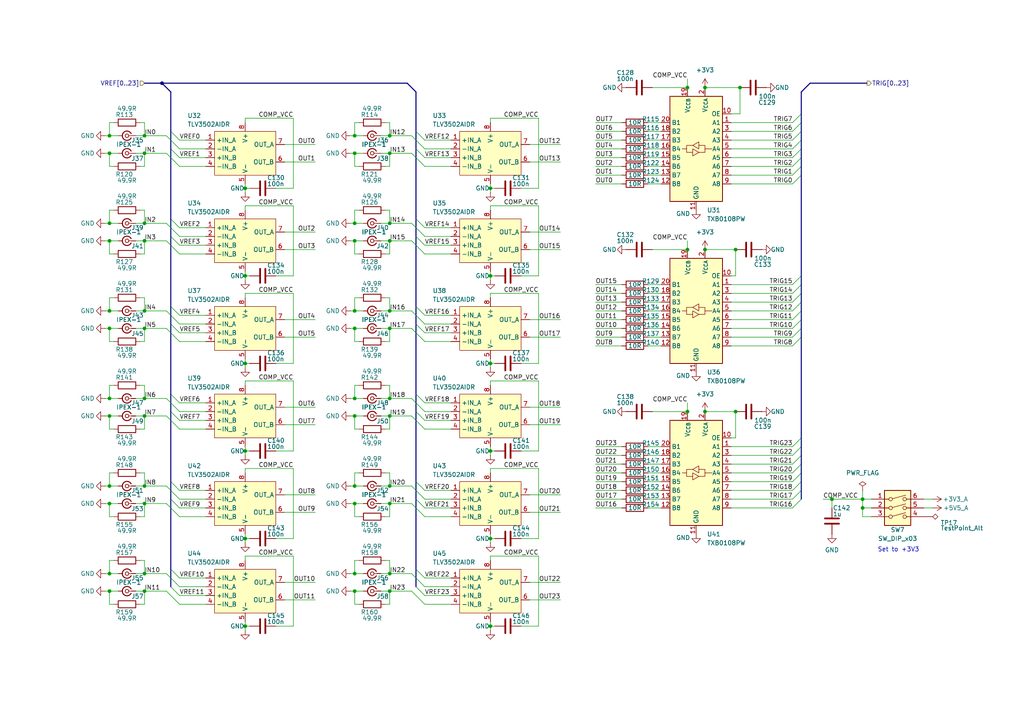
<source format=kicad_sch>
(kicad_sch (version 20250114) (generator "eeschema") (generator_version "9.0")
  (paper "A4")
  (text "Set to +3V3" (at 260.604 159.512 0) (effects (font (size 1.27 1.27))))
  (junction (at 41.91 39.37))
  (junction (at 31.75 44.45))
  (junction (at 41.91 69.85))
  (junction (at 102.87 44.45))
  (junction (at 71.12 54.61))
  (junction (at 31.75 115.57))
  (junction (at 102.87 95.25))
  (junction (at 113.03 90.17))
  (junction (at 142.24 80.01))
  (junction (at 113.03 95.25))
  (junction (at 41.91 44.45))
  (junction (at 41.91 120.65))
  (junction (at 31.75 146.05))
  (junction (at 199.39 25.4))
  (junction (at 204.47 72.39))
  (junction (at 213.36 72.39))
  (junction (at 31.75 69.85))
  (junction (at 102.87 140.97))
  (junction (at 31.75 140.97))
  (junction (at 31.75 166.37))
  (junction (at 214.63 25.4))
  (junction (at 31.75 95.25))
  (junction (at 113.03 146.05))
  (junction (at 204.47 25.4))
  (junction (at 142.24 54.61))
  (junction (at 113.03 166.37))
  (junction (at 102.87 64.77))
  (junction (at 31.75 171.45))
  (junction (at 41.91 140.97))
  (junction (at 142.24 181.61))
  (junction (at 31.75 120.65))
  (junction (at 250.19 147.32))
  (junction (at 71.12 156.21))
  (junction (at 102.87 115.57))
  (junction (at 142.24 156.21))
  (junction (at 204.47 119.38))
  (junction (at 31.75 64.77))
  (junction (at 102.87 171.45))
  (junction (at 113.03 69.85))
  (junction (at 113.03 140.97))
  (junction (at 31.75 90.17))
  (junction (at 199.39 72.39))
  (junction (at 102.87 90.17))
  (junction (at 41.91 64.77))
  (junction (at 241.3 144.78))
  (junction (at 41.91 115.57))
  (junction (at 71.12 181.61))
  (junction (at 41.91 166.37))
  (junction (at 71.12 105.41))
  (junction (at 46.99 24.13))
  (junction (at 142.24 130.81))
  (junction (at 102.87 120.65))
  (junction (at 250.19 144.78))
  (junction (at 113.03 115.57))
  (junction (at 41.91 171.45))
  (junction (at 41.91 90.17))
  (junction (at 102.87 39.37))
  (junction (at 31.75 39.37))
  (junction (at 113.03 44.45))
  (junction (at 102.87 166.37))
  (junction (at 113.03 64.77))
  (junction (at 113.03 39.37))
  (junction (at 71.12 130.81))
  (junction (at 102.87 69.85))
  (junction (at 71.12 80.01))
  (junction (at 102.87 146.05))
  (junction (at 113.03 171.45))
  (junction (at 213.36 119.38))
  (junction (at 142.24 105.41))
  (junction (at 41.91 95.25))
  (junction (at 41.91 146.05))
  (junction (at 199.39 119.38))
  (junction (at 113.03 120.65))
  (bus_entry (at 229.87 87.63) (size 2.54 -2.54))
  (bus_entry (at 229.87 38.1) (size 2.54 -2.54))
  (bus_entry (at 49.53 93.98) (size 2.54 2.54))
  (bus_entry (at 120.65 144.78) (size 2.54 2.54))
  (bus_entry (at 120.65 170.18) (size 2.54 2.54))
  (bus_entry (at 49.53 114.3) (size 2.54 2.54))
  (bus_entry (at 229.87 144.78) (size 2.54 -2.54))
  (bus_entry (at 229.87 97.79) (size 2.54 -2.54))
  (bus_entry (at 229.87 82.55) (size 2.54 -2.54))
  (bus_entry (at 120.65 38.1) (size 2.54 2.54))
  (bus_entry (at 229.87 129.54) (size 2.54 -2.54))
  (bus_entry (at 229.87 53.34) (size 2.54 -2.54))
  (bus_entry (at 49.53 165.1) (size 2.54 2.54))
  (bus_entry (at 49.53 139.7) (size 2.54 2.54))
  (bus_entry (at 229.87 48.26) (size 2.54 -2.54))
  (bus_entry (at 229.87 137.16) (size 2.54 -2.54))
  (bus_entry (at 229.87 95.25) (size 2.54 -2.54))
  (bus_entry (at 229.87 100.33) (size 2.54 -2.54))
  (bus_entry (at 120.65 93.98) (size 2.54 2.54))
  (bus_entry (at 229.87 43.18) (size 2.54 -2.54))
  (bus_entry (at 120.65 165.1) (size 2.54 2.54))
  (bus_entry (at 49.53 88.9) (size 2.54 2.54))
  (bus_entry (at 120.65 139.7) (size 2.54 2.54))
  (bus_entry (at 229.87 147.32) (size 2.54 -2.54))
  (bus_entry (at 49.53 43.18) (size 2.54 2.54))
  (bus_entry (at 229.87 40.64) (size 2.54 -2.54))
  (bus_entry (at 49.53 119.38) (size 2.54 2.54))
  (bus_entry (at 120.65 114.3) (size 2.54 2.54))
  (bus_entry (at 120.65 88.9) (size 2.54 2.54))
  (bus_entry (at 120.65 43.18) (size 2.54 2.54))
  (bus_entry (at 49.53 63.5) (size 2.54 2.54))
  (bus_entry (at 229.87 134.62) (size 2.54 -2.54))
  (bus_entry (at 229.87 90.17) (size 2.54 -2.54))
  (bus_entry (at 229.87 142.24) (size 2.54 -2.54))
  (bus_entry (at 229.87 50.8) (size 2.54 -2.54))
  (bus_entry (at 229.87 132.08) (size 2.54 -2.54))
  (bus_entry (at 120.65 63.5) (size 2.54 2.54))
  (bus_entry (at 120.65 119.38) (size 2.54 2.54))
  (bus_entry (at 229.87 139.7) (size 2.54 -2.54))
  (bus_entry (at 49.53 68.58) (size 2.54 2.54))
  (bus_entry (at 229.87 92.71) (size 2.54 -2.54))
  (bus_entry (at 49.53 144.78) (size 2.54 2.54))
  (bus_entry (at 49.53 170.18) (size 2.54 2.54))
  (bus_entry (at 229.87 45.72) (size 2.54 -2.54))
  (bus_entry (at 229.87 35.56) (size 2.54 -2.54))
  (bus_entry (at 120.65 68.58) (size 2.54 2.54))
  (bus_entry (at 229.87 85.09) (size 2.54 -2.54))
  (bus_entry (at 49.53 38.1) (size 2.54 2.54))
  (wire (pts (xy 82.55 148.59) (xy 91.44 148.59)))
  (wire (pts (xy 30.48 69.85) (xy 31.75 69.85)))
  (wire (pts (xy 142.24 110.49) (xy 156.21 110.49)))
  (wire (pts (xy 142.24 85.09) (xy 142.24 86.36)))
  (wire (pts (xy 30.48 115.57) (xy 31.75 115.57)))
  (wire (pts (xy 113.03 39.37) (xy 119.38 39.37)))
  (wire (pts (xy 71.12 34.29) (xy 85.09 34.29)))
  (wire (pts (xy 189.23 25.4) (xy 199.39 25.4)))
  (wire (pts (xy 130.81 99.06) (xy 123.19 99.06)))
  (wire (pts (xy 142.24 34.29) (xy 142.24 35.56)))
  (wire (pts (xy 123.19 142.24) (xy 130.81 142.24)))
  (bus (pts (xy 120.65 165.1) (xy 120.65 170.18)))
  (wire (pts (xy 113.03 95.25) (xy 119.38 95.25)))
  (wire (pts (xy 130.81 119.38) (xy 123.19 119.38)))
  (wire (pts (xy 39.37 120.65) (xy 41.91 120.65)))
  (wire (pts (xy 111.76 162.56) (xy 113.03 162.56)))
  (wire (pts (xy 111.76 99.06) (xy 113.03 99.06)))
  (wire (pts (xy 142.24 135.89) (xy 156.21 135.89)))
  (wire (pts (xy 113.03 44.45) (xy 119.38 44.45)))
  (wire (pts (xy 85.09 85.09) (xy 85.09 105.41)))
  (wire (pts (xy 102.87 120.65) (xy 102.87 124.46)))
  (wire (pts (xy 31.75 149.86) (xy 33.02 149.86)))
  (wire (pts (xy 187.96 142.24) (xy 191.77 142.24)))
  (wire (pts (xy 172.72 50.8) (xy 180.34 50.8)))
  (wire (pts (xy 142.24 181.61) (xy 143.51 181.61)))
  (wire (pts (xy 102.87 146.05) (xy 105.41 146.05)))
  (wire (pts (xy 123.19 172.72) (xy 130.81 172.72)))
  (wire (pts (xy 48.26 120.65) (xy 52.07 124.46)))
  (wire (pts (xy 71.12 59.69) (xy 85.09 59.69)))
  (wire (pts (xy 102.87 171.45) (xy 102.87 175.26)))
  (wire (pts (xy 113.03 115.57) (xy 119.38 115.57)))
  (wire (pts (xy 102.87 86.36) (xy 104.14 86.36)))
  (wire (pts (xy 41.91 39.37) (xy 48.26 39.37)))
  (bus (pts (xy 232.41 134.62) (xy 232.41 137.16)))
  (wire (pts (xy 110.49 39.37) (xy 113.03 39.37)))
  (wire (pts (xy 102.87 44.45) (xy 102.87 48.26)))
  (wire (pts (xy 41.91 115.57) (xy 48.26 115.57)))
  (wire (pts (xy 102.87 175.26) (xy 104.14 175.26)))
  (wire (pts (xy 31.75 95.25) (xy 34.29 95.25)))
  (bus (pts (xy 49.53 68.58) (xy 49.53 88.9)))
  (wire (pts (xy 172.72 53.34) (xy 180.34 53.34)))
  (wire (pts (xy 212.09 87.63) (xy 229.87 87.63)))
  (wire (pts (xy 113.03 146.05) (xy 113.03 149.86)))
  (wire (pts (xy 123.19 121.92) (xy 130.81 121.92)))
  (wire (pts (xy 113.03 64.77) (xy 113.03 60.96)))
  (wire (pts (xy 102.87 90.17) (xy 102.87 86.36)))
  (wire (pts (xy 59.69 43.18) (xy 52.07 43.18)))
  (wire (pts (xy 212.09 85.09) (xy 229.87 85.09)))
  (wire (pts (xy 153.67 46.99) (xy 162.56 46.99)))
  (wire (pts (xy 172.72 100.33) (xy 180.34 100.33)))
  (wire (pts (xy 130.81 73.66) (xy 123.19 73.66)))
  (wire (pts (xy 102.87 69.85) (xy 105.41 69.85)))
  (wire (pts (xy 85.09 105.41) (xy 80.01 105.41)))
  (bus (pts (xy 232.41 97.79) (xy 232.41 127)))
  (wire (pts (xy 102.87 149.86) (xy 104.14 149.86)))
  (wire (pts (xy 82.55 143.51) (xy 91.44 143.51)))
  (wire (pts (xy 142.24 85.09) (xy 156.21 85.09)))
  (bus (pts (xy 49.53 38.1) (xy 49.53 43.18)))
  (wire (pts (xy 153.67 118.11) (xy 162.56 118.11)))
  (wire (pts (xy 39.37 146.05) (xy 41.91 146.05)))
  (wire (pts (xy 212.09 80.01) (xy 213.36 80.01)))
  (wire (pts (xy 187.96 35.56) (xy 191.77 35.56)))
  (wire (pts (xy 213.36 119.38) (xy 204.47 119.38)))
  (wire (pts (xy 41.91 90.17) (xy 48.26 90.17)))
  (wire (pts (xy 39.37 140.97) (xy 41.91 140.97)))
  (wire (pts (xy 39.37 44.45) (xy 41.91 44.45)))
  (wire (pts (xy 52.07 167.64) (xy 59.69 167.64)))
  (bus (pts (xy 232.41 33.02) (xy 232.41 35.56)))
  (wire (pts (xy 71.12 55.88) (xy 71.12 54.61)))
  (wire (pts (xy 199.39 116.84) (xy 199.39 119.38)))
  (wire (pts (xy 59.69 68.58) (xy 52.07 68.58)))
  (wire (pts (xy 41.91 69.85) (xy 48.26 69.85)))
  (wire (pts (xy 142.24 59.69) (xy 156.21 59.69)))
  (bus (pts (xy 120.65 63.5) (xy 120.65 68.58)))
  (wire (pts (xy 111.76 137.16) (xy 113.03 137.16)))
  (wire (pts (xy 113.03 120.65) (xy 119.38 120.65)))
  (wire (pts (xy 113.03 140.97) (xy 119.38 140.97)))
  (wire (pts (xy 156.21 161.29) (xy 156.21 181.61)))
  (wire (pts (xy 85.09 54.61) (xy 80.01 54.61)))
  (wire (pts (xy 40.64 111.76) (xy 41.91 111.76)))
  (bus (pts (xy 232.41 85.09) (xy 232.41 87.63)))
  (wire (pts (xy 172.72 45.72) (xy 180.34 45.72)))
  (wire (pts (xy 130.81 175.26) (xy 123.19 175.26)))
  (wire (pts (xy 30.48 166.37) (xy 31.75 166.37)))
  (wire (pts (xy 111.76 111.76) (xy 113.03 111.76)))
  (wire (pts (xy 48.26 90.17) (xy 52.07 93.98)))
  (wire (pts (xy 41.91 95.25) (xy 41.91 99.06)))
  (wire (pts (xy 40.64 73.66) (xy 41.91 73.66)))
  (wire (pts (xy 30.48 90.17) (xy 31.75 90.17)))
  (wire (pts (xy 172.72 95.25) (xy 180.34 95.25)))
  (wire (pts (xy 52.07 96.52) (xy 59.69 96.52)))
  (wire (pts (xy 110.49 140.97) (xy 113.03 140.97)))
  (wire (pts (xy 113.03 69.85) (xy 113.03 73.66)))
  (bus (pts (xy 120.65 139.7) (xy 120.65 144.78)))
  (wire (pts (xy 156.21 80.01) (xy 151.13 80.01)))
  (wire (pts (xy 187.96 147.32) (xy 191.77 147.32)))
  (wire (pts (xy 71.12 54.61) (xy 72.39 54.61)))
  (wire (pts (xy 111.76 86.36) (xy 113.03 86.36)))
  (wire (pts (xy 102.87 120.65) (xy 105.41 120.65)))
  (wire (pts (xy 156.21 135.89) (xy 156.21 156.21)))
  (wire (pts (xy 82.55 72.39) (xy 91.44 72.39)))
  (wire (pts (xy 113.03 171.45) (xy 113.03 175.26)))
  (wire (pts (xy 212.09 129.54) (xy 229.87 129.54)))
  (wire (pts (xy 123.19 40.64) (xy 130.81 40.64)))
  (wire (pts (xy 111.76 35.56) (xy 113.03 35.56)))
  (wire (pts (xy 101.6 44.45) (xy 102.87 44.45)))
  (wire (pts (xy 39.37 171.45) (xy 41.91 171.45)))
  (wire (pts (xy 187.96 48.26) (xy 191.77 48.26)))
  (wire (pts (xy 31.75 166.37) (xy 34.29 166.37)))
  (wire (pts (xy 41.91 69.85) (xy 41.91 73.66)))
  (bus (pts (xy 49.53 26.67) (xy 49.53 38.1)))
  (bus (pts (xy 232.41 48.26) (xy 232.41 50.8)))
  (bus (pts (xy 118.11 24.13) (xy 120.65 26.67)))
  (wire (pts (xy 82.55 123.19) (xy 91.44 123.19)))
  (bus (pts (xy 120.65 114.3) (xy 120.65 119.38)))
  (wire (pts (xy 40.64 48.26) (xy 41.91 48.26)))
  (wire (pts (xy 31.75 64.77) (xy 31.75 60.96)))
  (wire (pts (xy 189.23 119.38) (xy 199.39 119.38)))
  (wire (pts (xy 31.75 90.17) (xy 34.29 90.17)))
  (wire (pts (xy 101.6 140.97) (xy 102.87 140.97)))
  (wire (pts (xy 48.26 44.45) (xy 52.07 48.26)))
  (wire (pts (xy 130.81 124.46) (xy 123.19 124.46)))
  (wire (pts (xy 31.75 140.97) (xy 31.75 137.16)))
  (wire (pts (xy 85.09 59.69) (xy 85.09 80.01)))
  (wire (pts (xy 71.12 130.81) (xy 71.12 129.54)))
  (wire (pts (xy 250.19 149.86) (xy 252.73 149.86)))
  (wire (pts (xy 172.72 43.18) (xy 180.34 43.18)))
  (bus (pts (xy 232.41 137.16) (xy 232.41 139.7)))
  (bus (pts (xy 232.41 90.17) (xy 232.41 92.71)))
  (wire (pts (xy 110.49 120.65) (xy 113.03 120.65)))
  (wire (pts (xy 110.49 171.45) (xy 113.03 171.45)))
  (wire (pts (xy 113.03 90.17) (xy 119.38 90.17)))
  (wire (pts (xy 187.96 144.78) (xy 191.77 144.78)))
  (wire (pts (xy 172.72 142.24) (xy 180.34 142.24)))
  (wire (pts (xy 156.21 85.09) (xy 156.21 105.41)))
  (wire (pts (xy 212.09 50.8) (xy 229.87 50.8)))
  (wire (pts (xy 187.96 85.09) (xy 191.77 85.09)))
  (wire (pts (xy 119.38 95.25) (xy 123.19 99.06)))
  (wire (pts (xy 199.39 22.86) (xy 199.39 25.4)))
  (wire (pts (xy 113.03 69.85) (xy 119.38 69.85)))
  (wire (pts (xy 123.19 91.44) (xy 130.81 91.44)))
  (wire (pts (xy 119.38 146.05) (xy 123.19 149.86)))
  (wire (pts (xy 270.51 147.32) (xy 267.97 147.32)))
  (wire (pts (xy 113.03 146.05) (xy 119.38 146.05)))
  (wire (pts (xy 31.75 175.26) (xy 33.02 175.26)))
  (wire (pts (xy 187.96 40.64) (xy 191.77 40.64)))
  (bus (pts (xy 232.41 95.25) (xy 232.41 97.79)))
  (wire (pts (xy 30.48 95.25) (xy 31.75 95.25)))
  (wire (pts (xy 71.12 156.21) (xy 72.39 156.21)))
  (wire (pts (xy 102.87 140.97) (xy 105.41 140.97)))
  (wire (pts (xy 187.96 97.79) (xy 191.77 97.79)))
  (wire (pts (xy 119.38 64.77) (xy 123.19 68.58)))
  (wire (pts (xy 153.67 41.91) (xy 162.56 41.91)))
  (bus (pts (xy 120.65 93.98) (xy 120.65 114.3)))
  (wire (pts (xy 102.87 115.57) (xy 105.41 115.57)))
  (wire (pts (xy 119.38 44.45) (xy 123.19 48.26)))
  (wire (pts (xy 40.64 137.16) (xy 41.91 137.16)))
  (wire (pts (xy 250.19 147.32) (xy 252.73 147.32)))
  (wire (pts (xy 110.49 90.17) (xy 113.03 90.17)))
  (wire (pts (xy 31.75 39.37) (xy 31.75 35.56)))
  (wire (pts (xy 111.76 124.46) (xy 113.03 124.46)))
  (wire (pts (xy 52.07 40.64) (xy 59.69 40.64)))
  (wire (pts (xy 71.12 161.29) (xy 85.09 161.29)))
  (wire (pts (xy 101.6 166.37) (xy 102.87 166.37)))
  (bus (pts (xy 49.53 119.38) (xy 49.53 139.7)))
  (wire (pts (xy 59.69 170.18) (xy 52.07 170.18)))
  (wire (pts (xy 187.96 87.63) (xy 191.77 87.63)))
  (bus (pts (xy 49.53 114.3) (xy 49.53 119.38)))
  (wire (pts (xy 31.75 86.36) (xy 33.02 86.36)))
  (wire (pts (xy 119.38 171.45) (xy 123.19 175.26)))
  (wire (pts (xy 85.09 156.21) (xy 80.01 156.21)))
  (wire (pts (xy 41.91 120.65) (xy 48.26 120.65)))
  (wire (pts (xy 172.72 132.08) (xy 180.34 132.08)))
  (wire (pts (xy 31.75 120.65) (xy 34.29 120.65)))
  (wire (pts (xy 212.09 53.34) (xy 229.87 53.34)))
  (wire (pts (xy 130.81 43.18) (xy 123.19 43.18)))
  (wire (pts (xy 130.81 48.26) (xy 123.19 48.26)))
  (wire (pts (xy 41.91 64.77) (xy 48.26 64.77)))
  (wire (pts (xy 113.03 115.57) (xy 113.03 111.76)))
  (wire (pts (xy 187.96 82.55) (xy 191.77 82.55)))
  (wire (pts (xy 113.03 64.77) (xy 119.38 64.77)))
  (wire (pts (xy 39.37 115.57) (xy 41.91 115.57)))
  (wire (pts (xy 102.87 39.37) (xy 102.87 35.56)))
  (wire (pts (xy 102.87 146.05) (xy 102.87 149.86)))
  (wire (pts (xy 123.19 96.52) (xy 130.81 96.52)))
  (wire (pts (xy 172.72 85.09) (xy 180.34 85.09)))
  (wire (pts (xy 71.12 105.41) (xy 71.12 104.14)))
  (wire (pts (xy 41.91 95.25) (xy 48.26 95.25)))
  (wire (pts (xy 119.38 115.57) (xy 123.19 119.38)))
  (bus (pts (xy 120.65 43.18) (xy 120.65 63.5)))
  (wire (pts (xy 187.96 137.16) (xy 191.77 137.16)))
  (wire (pts (xy 142.24 161.29) (xy 142.24 162.56)))
  (wire (pts (xy 172.72 139.7) (xy 180.34 139.7)))
  (wire (pts (xy 82.55 92.71) (xy 91.44 92.71)))
  (wire (pts (xy 130.81 93.98) (xy 123.19 93.98)))
  (wire (pts (xy 102.87 64.77) (xy 102.87 60.96)))
  (bus (pts (xy 49.53 93.98) (xy 49.53 114.3)))
  (bus (pts (xy 49.53 43.18) (xy 49.53 63.5)))
  (wire (pts (xy 41.91 44.45) (xy 41.91 48.26)))
  (wire (pts (xy 59.69 48.26) (xy 52.07 48.26)))
  (wire (pts (xy 250.19 144.78) (xy 252.73 144.78)))
  (wire (pts (xy 241.3 144.78) (xy 241.3 147.32)))
  (bus (pts (xy 49.53 144.78) (xy 49.53 165.1)))
  (wire (pts (xy 212.09 38.1) (xy 229.87 38.1)))
  (wire (pts (xy 31.75 39.37) (xy 34.29 39.37)))
  (wire (pts (xy 187.96 129.54) (xy 191.77 129.54)))
  (wire (pts (xy 113.03 95.25) (xy 113.03 99.06)))
  (wire (pts (xy 85.09 181.61) (xy 80.01 181.61)))
  (wire (pts (xy 142.24 156.21) (xy 142.24 154.94)))
  (bus (pts (xy 234.95 24.13) (xy 232.41 26.67)))
  (wire (pts (xy 153.67 168.91) (xy 162.56 168.91)))
  (wire (pts (xy 119.38 90.17) (xy 123.19 93.98)))
  (wire (pts (xy 59.69 99.06) (xy 52.07 99.06)))
  (wire (pts (xy 111.76 48.26) (xy 113.03 48.26)))
  (wire (pts (xy 111.76 149.86) (xy 113.03 149.86)))
  (wire (pts (xy 41.91 166.37) (xy 48.26 166.37)))
  (wire (pts (xy 40.64 86.36) (xy 41.91 86.36)))
  (wire (pts (xy 130.81 144.78) (xy 123.19 144.78)))
  (bus (pts (xy 49.53 63.5) (xy 49.53 68.58)))
  (wire (pts (xy 123.19 147.32) (xy 130.81 147.32)))
  (wire (pts (xy 48.26 39.37) (xy 52.07 43.18)))
  (wire (pts (xy 250.19 144.78) (xy 250.19 147.32)))
  (bus (pts (xy 232.41 43.18) (xy 232.41 45.72)))
  (wire (pts (xy 102.87 111.76) (xy 104.14 111.76)))
  (wire (pts (xy 102.87 124.46) (xy 104.14 124.46)))
  (wire (pts (xy 212.09 40.64) (xy 229.87 40.64)))
  (wire (pts (xy 156.21 181.61) (xy 151.13 181.61)))
  (wire (pts (xy 31.75 73.66) (xy 33.02 73.66)))
  (wire (pts (xy 102.87 69.85) (xy 102.87 73.66)))
  (bus (pts (xy 49.53 165.1) (xy 49.53 170.18)))
  (wire (pts (xy 153.67 72.39) (xy 162.56 72.39)))
  (wire (pts (xy 52.07 45.72) (xy 59.69 45.72)))
  (wire (pts (xy 119.38 69.85) (xy 123.19 73.66)))
  (wire (pts (xy 39.37 95.25) (xy 41.91 95.25)))
  (wire (pts (xy 52.07 71.12) (xy 59.69 71.12)))
  (wire (pts (xy 172.72 90.17) (xy 180.34 90.17)))
  (bus (pts (xy 232.41 92.71) (xy 232.41 95.25)))
  (wire (pts (xy 142.24 54.61) (xy 143.51 54.61)))
  (wire (pts (xy 172.72 137.16) (xy 180.34 137.16)))
  (wire (pts (xy 30.48 146.05) (xy 31.75 146.05)))
  (bus (pts (xy 232.41 45.72) (xy 232.41 48.26)))
  (wire (pts (xy 212.09 147.32) (xy 229.87 147.32)))
  (wire (pts (xy 71.12 34.29) (xy 71.12 35.56)))
  (wire (pts (xy 48.26 171.45) (xy 52.07 175.26)))
  (wire (pts (xy 31.75 171.45) (xy 31.75 175.26)))
  (wire (pts (xy 82.55 46.99) (xy 91.44 46.99)))
  (wire (pts (xy 30.48 120.65) (xy 31.75 120.65)))
  (wire (pts (xy 153.67 67.31) (xy 162.56 67.31)))
  (wire (pts (xy 187.96 53.34) (xy 191.77 53.34)))
  (wire (pts (xy 187.96 38.1) (xy 191.77 38.1)))
  (wire (pts (xy 31.75 115.57) (xy 34.29 115.57)))
  (wire (pts (xy 82.55 41.91) (xy 91.44 41.91)))
  (wire (pts (xy 153.67 173.99) (xy 162.56 173.99)))
  (wire (pts (xy 59.69 119.38) (xy 52.07 119.38)))
  (wire (pts (xy 142.24 81.28) (xy 142.24 80.01)))
  (wire (pts (xy 85.09 80.01) (xy 80.01 80.01)))
  (wire (pts (xy 71.12 157.48) (xy 71.12 156.21)))
  (wire (pts (xy 250.19 142.24) (xy 250.19 144.78)))
  (wire (pts (xy 172.72 134.62) (xy 180.34 134.62)))
  (wire (pts (xy 172.72 82.55) (xy 180.34 82.55)))
  (wire (pts (xy 101.6 90.17) (xy 102.87 90.17)))
  (wire (pts (xy 142.24 130.81) (xy 142.24 129.54)))
  (wire (pts (xy 71.12 110.49) (xy 85.09 110.49)))
  (wire (pts (xy 101.6 95.25) (xy 102.87 95.25)))
  (wire (pts (xy 85.09 34.29) (xy 85.09 54.61)))
  (wire (pts (xy 71.12 135.89) (xy 85.09 135.89)))
  (wire (pts (xy 123.19 71.12) (xy 130.81 71.12)))
  (wire (pts (xy 71.12 110.49) (xy 71.12 111.76)))
  (wire (pts (xy 111.76 73.66) (xy 113.03 73.66)))
  (bus (pts (xy 232.41 50.8) (xy 232.41 80.01)))
  (wire (pts (xy 187.96 50.8) (xy 191.77 50.8)))
  (wire (pts (xy 59.69 175.26) (xy 52.07 175.26)))
  (wire (pts (xy 52.07 147.32) (xy 59.69 147.32)))
  (wire (pts (xy 212.09 92.71) (xy 229.87 92.71)))
  (wire (pts (xy 71.12 130.81) (xy 72.39 130.81)))
  (bus (pts (xy 232.41 87.63) (xy 232.41 90.17)))
  (wire (pts (xy 187.96 95.25) (xy 191.77 95.25)))
  (wire (pts (xy 40.64 175.26) (xy 41.91 175.26)))
  (wire (pts (xy 41.91 140.97) (xy 41.91 137.16)))
  (wire (pts (xy 142.24 55.88) (xy 142.24 54.61)))
  (wire (pts (xy 187.96 132.08) (xy 191.77 132.08)))
  (wire (pts (xy 85.09 135.89) (xy 85.09 156.21)))
  (wire (pts (xy 31.75 115.57) (xy 31.75 111.76)))
  (wire (pts (xy 199.39 69.85) (xy 199.39 72.39)))
  (wire (pts (xy 153.67 143.51) (xy 162.56 143.51)))
  (wire (pts (xy 119.38 39.37) (xy 123.19 43.18)))
  (wire (pts (xy 101.6 171.45) (xy 102.87 171.45)))
  (wire (pts (xy 41.91 171.45) (xy 41.91 175.26)))
  (wire (pts (xy 71.12 181.61) (xy 71.12 180.34)))
  (wire (pts (xy 130.81 149.86) (xy 123.19 149.86)))
  (wire (pts (xy 101.6 120.65) (xy 102.87 120.65)))
  (wire (pts (xy 172.72 38.1) (xy 180.34 38.1)))
  (wire (pts (xy 212.09 132.08) (xy 229.87 132.08)))
  (wire (pts (xy 142.24 181.61) (xy 142.24 180.34)))
  (wire (pts (xy 172.72 48.26) (xy 180.34 48.26)))
  (wire (pts (xy 102.87 166.37) (xy 105.41 166.37)))
  (wire (pts (xy 30.48 44.45) (xy 31.75 44.45)))
  (wire (pts (xy 213.36 80.01) (xy 213.36 72.39)))
  (wire (pts (xy 41.91 166.37) (xy 41.91 162.56)))
  (wire (pts (xy 71.12 80.01) (xy 71.12 78.74)))
  (wire (pts (xy 39.37 69.85) (xy 41.91 69.85)))
  (wire (pts (xy 172.72 97.79) (xy 180.34 97.79)))
  (wire (pts (xy 113.03 166.37) (xy 113.03 162.56)))
  (wire (pts (xy 212.09 144.78) (xy 229.87 144.78)))
  (wire (pts (xy 31.75 171.45) (xy 34.29 171.45)))
  (bus (pts (xy 232.41 129.54) (xy 232.41 132.08)))
  (wire (pts (xy 39.37 90.17) (xy 41.91 90.17)))
  (wire (pts (xy 30.48 64.77) (xy 31.75 64.77)))
  (wire (pts (xy 270.51 144.78) (xy 267.97 144.78)))
  (wire (pts (xy 102.87 171.45) (xy 105.41 171.45)))
  (wire (pts (xy 172.72 144.78) (xy 180.34 144.78)))
  (wire (pts (xy 71.12 161.29) (xy 71.12 162.56)))
  (wire (pts (xy 31.75 44.45) (xy 34.29 44.45)))
  (wire (pts (xy 101.6 64.77) (xy 102.87 64.77)))
  (wire (pts (xy 130.81 170.18) (xy 123.19 170.18)))
  (bus (pts (xy 41.91 24.13) (xy 46.99 24.13)))
  (wire (pts (xy 48.26 166.37) (xy 52.07 170.18)))
  (wire (pts (xy 48.26 95.25) (xy 52.07 99.06)))
  (wire (pts (xy 71.12 135.89) (xy 71.12 137.16)))
  (wire (pts (xy 31.75 60.96) (xy 33.02 60.96)))
  (wire (pts (xy 52.07 91.44) (xy 59.69 91.44)))
  (wire (pts (xy 172.72 40.64) (xy 180.34 40.64)))
  (wire (pts (xy 119.38 140.97) (xy 123.19 144.78)))
  (wire (pts (xy 41.91 120.65) (xy 41.91 124.46)))
  (wire (pts (xy 123.19 45.72) (xy 130.81 45.72)))
  (bus (pts (xy 49.53 88.9) (xy 49.53 93.98)))
  (wire (pts (xy 113.03 39.37) (xy 113.03 35.56)))
  (wire (pts (xy 153.67 148.59) (xy 162.56 148.59)))
  (wire (pts (xy 31.75 120.65) (xy 31.75 124.46)))
  (wire (pts (xy 40.64 99.06) (xy 41.91 99.06)))
  (wire (pts (xy 142.24 106.68) (xy 142.24 105.41)))
  (wire (pts (xy 212.09 142.24) (xy 229.87 142.24)))
  (wire (pts (xy 85.09 161.29) (xy 85.09 181.61)))
  (wire (pts (xy 142.24 59.69) (xy 142.24 60.96)))
  (wire (pts (xy 48.26 140.97) (xy 52.07 144.78)))
  (wire (pts (xy 48.26 69.85) (xy 52.07 73.66)))
  (wire (pts (xy 31.75 124.46) (xy 33.02 124.46)))
  (wire (pts (xy 113.03 171.45) (xy 119.38 171.45)))
  (wire (pts (xy 31.75 48.26) (xy 33.02 48.26)))
  (wire (pts (xy 82.55 67.31) (xy 91.44 67.31)))
  (wire (pts (xy 142.24 110.49) (xy 142.24 111.76)))
  (wire (pts (xy 156.21 110.49) (xy 156.21 130.81)))
  (wire (pts (xy 212.09 95.25) (xy 229.87 95.25)))
  (wire (pts (xy 82.55 168.91) (xy 91.44 168.91)))
  (wire (pts (xy 212.09 137.16) (xy 229.87 137.16)))
  (wire (pts (xy 213.36 127) (xy 213.36 119.38)))
  (wire (pts (xy 142.24 157.48) (xy 142.24 156.21)))
  (wire (pts (xy 48.26 64.77) (xy 52.07 68.58)))
  (wire (pts (xy 153.67 97.79) (xy 162.56 97.79)))
  (wire (pts (xy 31.75 90.17) (xy 31.75 86.36)))
  (wire (pts (xy 142.24 105.41) (xy 142.24 104.14)))
  (wire (pts (xy 172.72 35.56) (xy 180.34 35.56)))
  (wire (pts (xy 113.03 140.97) (xy 113.03 137.16)))
  (wire (pts (xy 41.91 171.45) (xy 48.26 171.45)))
  (wire (pts (xy 212.09 97.79) (xy 229.87 97.79)))
  (wire (pts (xy 31.75 146.05) (xy 34.29 146.05)))
  (wire (pts (xy 110.49 166.37) (xy 113.03 166.37)))
  (wire (pts (xy 123.19 167.64) (xy 130.81 167.64)))
  (wire (pts (xy 52.07 121.92) (xy 59.69 121.92)))
  (bus (pts (xy 232.41 139.7) (xy 232.41 142.24)))
  (wire (pts (xy 142.24 34.29) (xy 156.21 34.29)))
  (wire (pts (xy 40.64 149.86) (xy 41.91 149.86)))
  (wire (pts (xy 85.09 110.49) (xy 85.09 130.81)))
  (wire (pts (xy 111.76 175.26) (xy 113.03 175.26)))
  (bus (pts (xy 232.41 132.08) (xy 232.41 134.62)))
  (wire (pts (xy 41.91 146.05) (xy 41.91 149.86)))
  (wire (pts (xy 31.75 140.97) (xy 34.29 140.97)))
  (wire (pts (xy 113.03 120.65) (xy 113.03 124.46)))
  (wire (pts (xy 156.21 54.61) (xy 151.13 54.61)))
  (bus (pts (xy 232.41 80.01) (xy 232.41 82.55)))
  (wire (pts (xy 71.12 132.08) (xy 71.12 130.81)))
  (bus (pts (xy 120.65 68.58) (xy 120.65 88.9)))
  (wire (pts (xy 71.12 156.21) (xy 71.12 154.94)))
  (bus (pts (xy 232.41 38.1) (xy 232.41 40.64)))
  (wire (pts (xy 52.07 66.04) (xy 59.69 66.04)))
  (wire (pts (xy 102.87 99.06) (xy 104.14 99.06)))
  (wire (pts (xy 142.24 130.81) (xy 143.51 130.81)))
  (wire (pts (xy 172.72 147.32) (xy 180.34 147.32)))
  (bus (pts (xy 120.65 144.78) (xy 120.65 165.1)))
  (wire (pts (xy 41.91 90.17) (xy 41.91 86.36)))
  (wire (pts (xy 123.19 66.04) (xy 130.81 66.04)))
  (wire (pts (xy 212.09 90.17) (xy 229.87 90.17)))
  (wire (pts (xy 142.24 156.21) (xy 143.51 156.21)))
  (wire (pts (xy 71.12 85.09) (xy 85.09 85.09)))
  (wire (pts (xy 212.09 82.55) (xy 229.87 82.55)))
  (wire (pts (xy 41.91 115.57) (xy 41.91 111.76)))
  (wire (pts (xy 212.09 127) (xy 213.36 127)))
  (wire (pts (xy 41.91 39.37) (xy 41.91 35.56)))
  (wire (pts (xy 31.75 69.85) (xy 34.29 69.85)))
  (wire (pts (xy 156.21 59.69) (xy 156.21 80.01)))
  (wire (pts (xy 172.72 92.71) (xy 180.34 92.71)))
  (wire (pts (xy 31.75 64.77) (xy 34.29 64.77)))
  (wire (pts (xy 102.87 35.56) (xy 104.14 35.56)))
  (wire (pts (xy 59.69 144.78) (xy 52.07 144.78)))
  (wire (pts (xy 212.09 45.72) (xy 229.87 45.72)))
  (wire (pts (xy 82.55 173.99) (xy 91.44 173.99)))
  (bus (pts (xy 232.41 40.64) (xy 232.41 43.18)))
  (wire (pts (xy 31.75 166.37) (xy 31.75 162.56)))
  (wire (pts (xy 156.21 34.29) (xy 156.21 54.61)))
  (bus (pts (xy 232.41 35.56) (xy 232.41 38.1)))
  (wire (pts (xy 31.75 137.16) (xy 33.02 137.16)))
  (wire (pts (xy 39.37 39.37) (xy 41.91 39.37)))
  (wire (pts (xy 71.12 85.09) (xy 71.12 86.36)))
  (wire (pts (xy 212.09 134.62) (xy 229.87 134.62)))
  (wire (pts (xy 119.38 166.37) (xy 123.19 170.18)))
  (wire (pts (xy 102.87 115.57) (xy 102.87 111.76)))
  (wire (pts (xy 40.64 162.56) (xy 41.91 162.56)))
  (wire (pts (xy 142.24 54.61) (xy 142.24 53.34)))
  (wire (pts (xy 102.87 140.97) (xy 102.87 137.16)))
  (wire (pts (xy 82.55 118.11) (xy 91.44 118.11)))
  (bus (pts (xy 234.95 24.13) (xy 251.46 24.13)))
  (wire (pts (xy 238.76 144.78) (xy 241.3 144.78)))
  (wire (pts (xy 142.24 161.29) (xy 156.21 161.29)))
  (wire (pts (xy 82.55 97.79) (xy 91.44 97.79)))
  (bus (pts (xy 49.53 139.7) (xy 49.53 144.78)))
  (wire (pts (xy 187.96 43.18) (xy 191.77 43.18)))
  (wire (pts (xy 142.24 80.01) (xy 142.24 78.74)))
  (wire (pts (xy 110.49 95.25) (xy 113.03 95.25)))
  (wire (pts (xy 48.26 115.57) (xy 52.07 119.38)))
  (wire (pts (xy 212.09 35.56) (xy 229.87 35.56)))
  (wire (pts (xy 101.6 39.37) (xy 102.87 39.37)))
  (wire (pts (xy 110.49 146.05) (xy 113.03 146.05)))
  (wire (pts (xy 187.96 100.33) (xy 191.77 100.33)))
  (wire (pts (xy 111.76 60.96) (xy 113.03 60.96)))
  (wire (pts (xy 102.87 137.16) (xy 104.14 137.16)))
  (wire (pts (xy 113.03 44.45) (xy 113.03 48.26)))
  (wire (pts (xy 212.09 48.26) (xy 229.87 48.26)))
  (wire (pts (xy 214.63 33.02) (xy 214.63 25.4)))
  (wire (pts (xy 40.64 124.46) (xy 41.91 124.46)))
  (wire (pts (xy 102.87 44.45) (xy 105.41 44.45)))
  (wire (pts (xy 187.96 139.7) (xy 191.77 139.7)))
  (wire (pts (xy 102.87 39.37) (xy 105.41 39.37)))
  (bus (pts (xy 120.65 119.38) (xy 120.65 139.7)))
  (wire (pts (xy 39.37 64.77) (xy 41.91 64.77)))
  (wire (pts (xy 71.12 80.01) (xy 72.39 80.01)))
  (wire (pts (xy 156.21 105.41) (xy 151.13 105.41)))
  (wire (pts (xy 31.75 99.06) (xy 33.02 99.06)))
  (wire (pts (xy 71.12 105.41) (xy 72.39 105.41)))
  (wire (pts (xy 212.09 43.18) (xy 229.87 43.18)))
  (bus (pts (xy 232.41 142.24) (xy 232.41 144.78)))
  (wire (pts (xy 31.75 111.76) (xy 33.02 111.76)))
  (wire (pts (xy 119.38 120.65) (xy 123.19 124.46)))
  (wire (pts (xy 101.6 115.57) (xy 102.87 115.57)))
  (wire (pts (xy 102.87 64.77) (xy 105.41 64.77)))
  (wire (pts (xy 110.49 69.85) (xy 113.03 69.85)))
  (wire (pts (xy 101.6 69.85) (xy 102.87 69.85)))
  (wire (pts (xy 31.75 146.05) (xy 31.75 149.86)))
  (wire (pts (xy 142.24 135.89) (xy 142.24 137.16)))
  (wire (pts (xy 113.03 90.17) (xy 113.03 86.36)))
  (wire (pts (xy 31.75 69.85) (xy 31.75 73.66)))
  (wire (pts (xy 71.12 106.68) (xy 71.12 105.41)))
  (wire (pts (xy 41.91 146.05) (xy 48.26 146.05)))
  (wire (pts (xy 85.09 130.81) (xy 80.01 130.81)))
  (wire (pts (xy 52.07 142.24) (xy 59.69 142.24)))
  (bus (pts (xy 120.65 88.9) (xy 120.65 93.98)))
  (bus (pts (xy 46.99 24.13) (xy 49.53 26.67)))
  (wire (pts (xy 31.75 35.56) (xy 33.02 35.56)))
  (bus (pts (xy 120.65 38.1) (xy 120.65 43.18)))
  (wire (pts (xy 102.87 48.26) (xy 104.14 48.26)))
  (wire (pts (xy 142.24 105.41) (xy 143.51 105.41)))
  (wire (pts (xy 71.12 54.61) (xy 71.12 53.34)))
  (wire (pts (xy 212.09 139.7) (xy 229.87 139.7)))
  (wire (pts (xy 59.69 149.86) (xy 52.07 149.86)))
  (wire (pts (xy 71.12 182.88) (xy 71.12 181.61)))
  (wire (pts (xy 59.69 73.66) (xy 52.07 73.66)))
  (wire (pts (xy 214.63 25.4) (xy 204.47 25.4)))
  (wire (pts (xy 41.91 44.45) (xy 48.26 44.45)))
  (wire (pts (xy 187.96 92.71) (xy 191.77 92.71)))
  (wire (pts (xy 31.75 44.45) (xy 31.75 48.26)))
  (bus (pts (xy 120.65 26.67) (xy 120.65 38.1)))
  (wire (pts (xy 31.75 95.25) (xy 31.75 99.06)))
  (wire (pts (xy 110.49 64.77) (xy 113.03 64.77)))
  (wire (pts (xy 30.48 39.37) (xy 31.75 39.37)))
  (wire (pts (xy 130.81 68.58) (xy 123.19 68.58)))
  (wire (pts (xy 40.64 35.56) (xy 41.91 35.56)))
  (wire (pts (xy 142.24 182.88) (xy 142.24 181.61)))
  (wire (pts (xy 142.24 80.01) (xy 143.51 80.01)))
  (wire (pts (xy 52.07 172.72) (xy 59.69 172.72)))
  (bus (pts (xy 232.41 82.55) (xy 232.41 85.09)))
  (wire (pts (xy 102.87 73.66) (xy 104.14 73.66)))
  (wire (pts (xy 110.49 44.45) (xy 113.03 44.45)))
  (wire (pts (xy 71.12 81.28) (xy 71.12 80.01)))
  (wire (pts (xy 39.37 166.37) (xy 41.91 166.37)))
  (wire (pts (xy 241.3 144.78) (xy 250.19 144.78)))
  (wire (pts (xy 172.72 129.54) (xy 180.34 129.54)))
  (wire (pts (xy 41.91 140.97) (xy 48.26 140.97)))
  (wire (pts (xy 48.26 146.05) (xy 52.07 149.86)))
  (wire (pts (xy 71.12 59.69) (xy 71.12 60.96)))
  (wire (pts (xy 187.96 134.62) (xy 191.77 134.62)))
  (wire (pts (xy 59.69 124.46) (xy 52.07 124.46)))
  (wire (pts (xy 153.67 92.71) (xy 162.56 92.71)))
  (wire (pts (xy 102.87 60.96) (xy 104.14 60.96)))
  (wire (pts (xy 113.03 166.37) (xy 119.38 166.37)))
  (wire (pts (xy 156.21 130.81) (xy 151.13 130.81)))
  (wire (pts (xy 189.23 72.39) (xy 199.39 72.39)))
  (wire (pts (xy 30.48 171.45) (xy 31.75 171.45)))
  (wire (pts (xy 102.87 90.17) (xy 105.41 90.17)))
  (wire (pts (xy 110.49 115.57) (xy 113.03 115.57)))
  (wire (pts (xy 156.21 156.21) (xy 151.13 156.21)))
  (wire (pts (xy 102.87 95.25) (xy 105.41 95.25)))
  (wire (pts (xy 30.48 140.97) (xy 31.75 140.97)))
  (wire (pts (xy 212.09 33.02) (xy 214.63 33.02)))
  (wire (pts (xy 250.19 147.32) (xy 250.19 149.86)))
  (wire (pts (xy 101.6 146.05) (xy 102.87 146.05)))
  (wire (pts (xy 123.19 116.84) (xy 130.81 116.84)))
  (wire (pts (xy 59.69 93.98) (xy 52.07 93.98)))
  (wire (pts (xy 71.12 181.61) (xy 72.39 181.61)))
  (bus (pts (xy 232.41 26.67) (xy 232.41 33.02)))
  (wire (pts (xy 102.87 95.25) (xy 102.87 99.06)))
  (wire (pts (xy 102.87 162.56) (xy 104.14 162.56)))
  (wire (pts (xy 212.09 100.33) (xy 229.87 100.33)))
  (wire (pts (xy 187.96 90.17) (xy 191.77 90.17)))
  (wire (pts (xy 31.75 162.56) (xy 33.02 162.56)))
  (wire (pts (xy 102.87 166.37) (xy 102.87 162.56)))
  (wire (pts (xy 172.72 87.63) (xy 180.34 87.63)))
  (wire (pts (xy 153.67 123.19) (xy 162.56 123.19)))
  (wire (pts (xy 213.36 72.39) (xy 204.47 72.39)))
  (wire (pts (xy 41.91 64.77) (xy 41.91 60.96)))
  (wire (pts (xy 52.07 116.84) (xy 59.69 116.84)))
  (wire (pts (xy 142.24 132.08) (xy 142.24 130.81)))
  (wire (pts (xy 187.96 45.72) (xy 191.77 45.72)))
  (bus (pts (xy 232.41 127) (xy 232.41 129.54)))
  (bus (pts (xy 46.99 24.13) (xy 118.11 24.13)))
  (wire (pts (xy 40.64 60.96) (xy 41.91 60.96)))
  (label "TRIG8" (at 229.87 100.33 180))
  (label "IN5" (at 41.91 95.25 0))
  (label "IN21" (at 113.03 146.05 0))
  (label "OUT18" (at 162.56 118.11 180))
  (label "TRIG13" (at 229.87 87.63 180))
  (label "VREF2" (at 52.07 66.04 0))
  (label "OUT12" (at 172.72 90.17 0))
  (label "TRIG22" (at 229.87 132.08 180))
  (label "OUT3" (at 91.44 72.39 180))
  (label "COMP_VCC" (at 85.09 34.29 180))
  (label "IN17" (at 113.03 95.25 0))
  (label "IN8" (at 41.91 140.97 0))
  (label "IN1" (at 41.91 44.45 0))
  (label "TRIG5" (at 229.87 40.64 180))
  (label "OUT7" (at 172.72 35.56 0))
  (label "OUT16" (at 172.72 147.32 0))
  (label "TRIG4" (at 229.87 43.18 180))
  (label "OUT16" (at 162.56 92.71 180))
  (label "IN15" (at 113.03 69.85 0))
  (label "VREF7" (at 52.07 121.92 0))
  (label "OUT6" (at 91.44 118.11 180))
  (label "OUT15" (at 162.56 72.39 180))
  (label "IN2" (at 41.91 64.77 0))
  (label "IN13" (at 113.03 44.45 0))
  (label "IN6" (at 41.91 115.57 0))
  (label "OUT8" (at 91.44 143.51 180))
  (label "IN0" (at 41.91 39.37 0))
  (label "OUT9" (at 91.44 148.59 180))
  (label "VREF15" (at 123.19 71.12 0))
  (label "OUT13" (at 162.56 46.99 180))
  (label "OUT5" (at 91.44 97.79 180))
  (label "COMP_VCC" (at 85.09 59.69 180))
  (label "COMP_VCC" (at 156.21 59.69 180))
  (label "TRIG15" (at 229.87 82.55 180))
  (label "COMP_VCC" (at 199.39 116.84 180))
  (label "IN10" (at 41.91 166.37 0))
  (label "TRIG23" (at 229.87 129.54 180))
  (label "COMP_VCC" (at 85.09 110.49 180))
  (label "OUT4" (at 172.72 43.18 0))
  (label "IN19" (at 113.03 120.65 0))
  (label "VREF4" (at 52.07 91.44 0))
  (label "OUT9" (at 172.72 97.79 0))
  (label "OUT12" (at 162.56 41.91 180))
  (label "IN12" (at 113.03 39.37 0))
  (label "COMP_VCC" (at 156.21 161.29 180))
  (label "COMP_VCC" (at 85.09 135.89 180))
  (label "OUT21" (at 172.72 134.62 0))
  (label "IN11" (at 41.91 171.45 0))
  (label "OUT10" (at 91.44 168.91 180))
  (label "VREF22" (at 123.19 167.64 0))
  (label "IN3" (at 41.91 69.85 0))
  (label "VREF5" (at 52.07 96.52 0))
  (label "OUT0" (at 91.44 41.91 180))
  (label "TRIG10" (at 229.87 95.25 180))
  (label "VREF8" (at 52.07 142.24 0))
  (label "VREF17" (at 123.19 96.52 0))
  (label "OUT17" (at 172.72 144.78 0))
  (label "VREF12" (at 123.19 40.64 0))
  (label "OUT20" (at 172.72 137.16 0))
  (label "OUT11" (at 91.44 173.99 180))
  (label "VREF10" (at 52.07 167.64 0))
  (label "VREF21" (at 123.19 147.32 0))
  (label "TRIG3" (at 229.87 45.72 180))
  (label "OUT0" (at 172.72 53.34 0))
  (label "IN7" (at 41.91 120.65 0))
  (label "OUT5" (at 172.72 40.64 0))
  (label "IN20" (at 113.03 140.97 0))
  (label "VREF18" (at 123.19 116.84 0))
  (label "IN22" (at 113.03 166.37 0))
  (label "IN9" (at 41.91 146.05 0))
  (label "OUT22" (at 162.56 168.91 180))
  (label "VREF11" (at 52.07 172.72 0))
  (label "OUT1" (at 172.72 50.8 0))
  (label "OUT2" (at 91.44 67.31 180))
  (label "TRIG0" (at 229.87 53.34 180))
  (label "IN18" (at 113.03 115.57 0))
  (label "COMP_VCC" (at 85.09 161.29 180))
  (label "TRIG11" (at 229.87 92.71 180))
  (label "OUT2" (at 172.72 48.26 0))
  (label "OUT13" (at 172.72 87.63 0))
  (label "COMP_VCC" (at 156.21 85.09 180))
  (label "VREF14" (at 123.19 66.04 0))
  (label "OUT18" (at 172.72 142.24 0))
  (label "OUT11" (at 172.72 92.71 0))
  (label "COMP_VCC" (at 85.09 85.09 180))
  (label "OUT4" (at 91.44 92.71 180))
  (label "OUT22" (at 172.72 132.08 0))
  (label "TRIG6" (at 229.87 38.1 180))
  (label "OUT6" (at 172.72 38.1 0))
  (label "IN14" (at 113.03 64.77 0))
  (label "VREF9" (at 52.07 147.32 0))
  (label "TRIG20" (at 229.87 137.16 180))
  (label "TRIG12" (at 229.87 90.17 180))
  (label "TRIG9" (at 229.87 97.79 180))
  (label "VREF23" (at 123.19 172.72 0))
  (label "OUT21" (at 162.56 148.59 180))
  (label "COMP_VCC" (at 238.76 144.78 0))
  (label "OUT23" (at 172.72 129.54 0))
  (label "VREF6" (at 52.07 116.84 0))
  (label "VREF3" (at 52.07 71.12 0))
  (label "TRIG18" (at 229.87 142.24 180))
  (label "OUT23" (at 162.56 173.99 180))
  (label "OUT8" (at 172.72 100.33 0))
  (label "TRIG16" (at 229.87 147.32 180))
  (label "OUT7" (at 91.44 123.19 180))
  (label "OUT14" (at 162.56 67.31 180))
  (label "VREF13" (at 123.19 45.72 0))
  (label "VREF19" (at 123.19 121.92 0))
  (label "VREF20" (at 123.19 142.24 0))
  (label "TRIG7" (at 229.87 35.56 180))
  (label "OUT17" (at 162.56 97.79 180))
  (label "OUT1" (at 91.44 46.99 180))
  (label "TRIG17" (at 229.87 144.78 180))
  (label "TRIG1" (at 229.87 50.8 180))
  (label "OUT19" (at 172.72 139.7 0))
  (label "IN23" (at 113.03 171.45 0))
  (label "OUT10" (at 172.72 95.25 0))
  (label "COMP_VCC" (at 156.21 110.49 180))
  (label "TRIG2" (at 229.87 48.26 180))
  (label "OUT14" (at 172.72 85.09 0))
  (label "VREF1" (at 52.07 45.72 0))
  (label "OUT3" (at 172.72 45.72 0))
  (label "TRIG19" (at 229.87 139.7 180))
  (label "COMP_VCC" (at 156.21 34.29 180))
  (label "OUT19" (at 162.56 123.19 180))
  (label "OUT15" (at 172.72 82.55 0))
  (label "TRIG14" (at 229.87 85.09 180))
  (label "TRIG21" (at 229.87 134.62 180))
  (label "VREF0" (at 52.07 40.64 0))
  (label "OUT20" (at 162.56 143.51 180))
  (label "IN16" (at 113.03 90.17 0))
  (label "COMP_VCC" (at 156.21 135.89 180))
  (label "COMP_VCC" (at 199.39 69.85 180))
  (label "VREF16" (at 123.19 91.44 0))
  (label "COMP_VCC" (at 199.39 22.86 180))
  (label "IN4" (at 41.91 90.17 0))
  (hierarchical_label "TRIG[0..23]" (shape output) (at 251.46 24.13 0))
  (hierarchical_label "VREF[0..23]" (shape input) (at 41.91 24.13 180))
  (symbol (lib_id "Device:C") (at 241.3 151.13 0) (unit 1)
    (property "Reference" "C142" (at 241.554 147.32 0) (effects (justify left)))
    (property "Value" "1u" (at 241.554 149.0981 0) (effects (justify left)))
    (property "Footprint" "Capacitor_SMD:C_0805_2012Metric" (effects (hide yes)))
    (property "Description" "Unpolarized capacitor" (effects (hide yes)))
    (property "LCSC" "C28323" (effects (hide yes)))
  )
  (symbol (lib_id "Device:R") (at 107.95 124.46 90) (unit 1)
    (property "Reference" "R144" (at 107.188 126.746 90))
    (property "Value" "49.9R" (at 107.95 128.524 90))
    (property "Footprint" "Resistor_SMD:R_0603_1608Metric" (effects (hide yes)))
    (property "Description" "Resistor" (effects (hide yes)))
    (property "LCSC" "C23185" (effects (hide yes)))
  )
  (symbol (lib_id "Device:R") (at 184.15 38.1 90) (unit 1)
    (property "Reference" "R116" (at 188.722 37.084 90))
    (property "Value" "10R" (at 184.15 38.1 90))
    (property "Footprint" "Resistor_SMD:R_0402_1005Metric" (effects (hide yes)))
    (property "Description" "Resistor" (effects (hide yes)))
    (property "LCSC" "C25077" (effects (hide yes)))
  )
  (symbol (lib_id "tlv3502aidr:TLV3502AIDR") (at 71.12 44.45 0) (unit 1)
    (property "Reference" "U32" (at 54.356 33.528 0) (effects (justify left)))
    (property "Value" "TLV3502AIDR" (at 54.356 36.068 0) (effects (justify left)))
    (property "Footprint" "Package_SO:SOIC-8_3.9x4.9mm_P1.27mm" (effects (hide yes)))
  )
  (symbol (lib_id "Device:R") (at 107.95 149.86 90) (unit 1)
    (property "Reference" "R156" (at 107.188 152.146 90))
    (property "Value" "49.9R" (at 107.95 153.924 90))
    (property "Footprint" "Resistor_SMD:R_0603_1608Metric" (effects (hide yes)))
    (property "Description" "Resistor" (effects (hide yes)))
    (property "LCSC" "C23185" (effects (hide yes)))
  )
  (symbol (lib_id "Device:R") (at 36.83 124.46 90) (unit 1)
    (property "Reference" "R143" (at 36.068 126.746 90))
    (property "Value" "49.9R" (at 36.83 128.524 90))
    (property "Footprint" "Resistor_SMD:R_0603_1608Metric" (effects (hide yes)))
    (property "Description" "Resistor" (effects (hide yes)))
    (property "LCSC" "C23185" (effects (hide yes)))
  )
  (symbol (lib_id "Connector:Conn_Coaxial_Small") (at 107.95 39.37 0) (mirror y) (unit 1)
    (property "Reference" "J36" (at 110.998 40.64 0))
    (property "Value" "IPEX-1" (at 108.4695 41.91 0))
    (property "Footprint" "digital:BWIPX-1-001E" (effects (hide yes)))
    (property "Description" "small coaxial connector (BNC, SMA, SMB, SMC, Cinch/RCA, LEMO, ...)" (effects (hide yes)))
    (property "LCSC" "C496552" (effects (hide yes)))
  )
  (symbol (lib_id "Connector:Conn_Coaxial_Small") (at 36.83 64.77 0) (mirror y) (unit 1)
    (property "Reference" "J39" (at 39.878 66.04 0))
    (property "Value" "IPEX-1" (at 37.3495 67.31 0))
    (property "Footprint" "digital:BWIPX-1-001E" (effects (hide yes)))
    (property "Description" "small coaxial connector (BNC, SMA, SMB, SMC, Cinch/RCA, LEMO, ...)" (effects (hide yes)))
    (property "LCSC" "C496552" (effects (hide yes)))
  )
  (symbol (lib_id "power:GND") (at 30.48 39.37 270) (mirror x) (unit 1)
    (property "Reference" "#PWR0173" (effects (hide yes)))
    (property "Value" "GND" (at 25.4 39.37 90))
    (property "Description" "Power symbol creates a global label with name \"GND\" , ground" (effects (hide yes)))
  )
  (symbol (lib_id "tlv3502aidr:TLV3502AIDR") (at 142.24 44.45 0) (unit 1)
    (property "Reference" "U33" (at 125.476 33.528 0) (effects (justify left)))
    (property "Value" "TLV3502AIDR" (at 125.476 36.068 0) (effects (justify left)))
    (property "Footprint" "Package_SO:SOIC-8_3.9x4.9mm_P1.27mm" (effects (hide yes)))
  )
  (symbol (lib_id "power:GND") (at 101.6 90.17 270) (mirror x) (unit 1)
    (property "Reference" "#PWR0190" (effects (hide yes)))
    (property "Value" "GND" (at 96.52 90.17 90))
    (property "Description" "Power symbol creates a global label with name \"GND\" , ground" (effects (hide yes)))
  )
  (symbol (lib_id "Logic_LevelTranslator:TXB0108PW") (at 201.93 90.17 0) (mirror y) (unit 1)
    (property "Reference" "U36" (at 205.0481 107.95 0) (effects (justify right)))
    (property "Value" "TXB0108PW" (at 205.0481 110.49 0) (effects (justify right)))
    (property "Footprint" "Package_SO:TSSOP-20_4.4x6.5mm_P0.65mm" (effects (hide yes)))
    (property "Datasheet" "http://www.ti.com/lit/ds/symlink/txb0108.pdf" (effects (hide yes)))
    (property "Description" "8-Bit Bidirectional Voltage-Level Translator, Auto Direction Sensing and ±15-kV ESD Protection, 1.2 - 3.6V APort, 1.65 - 5.5V BPort, TSSOP-20" (effects (hide yes)))
    (property "LCSC" "C53406" (effects (hide yes)))
  )
  (symbol (lib_id "power:GND") (at 30.48 171.45 270) (unit 1)
    (property "Reference" "#PWR0217" (effects (hide yes)))
    (property "Value" "GND" (at 25.4 171.45 90))
    (property "Description" "Power symbol creates a global label with name \"GND\" , ground" (effects (hide yes)))
  )
  (symbol (lib_id "power:GND") (at 142.24 132.08 0) (unit 1)
    (property "Reference" "#PWR0204" (effects (hide yes)))
    (property "Value" "GND" (at 139.954 130.81 0))
    (property "Description" "Power symbol creates a global label with name \"GND\" , ground" (effects (hide yes)))
  )
  (symbol (lib_id "Device:C") (at 185.42 25.4 270) (unit 1)
    (property "Reference" "C128" (at 178.816 21.082 90) (effects (justify left)))
    (property "Value" "100n" (at 178.816 22.8601 90) (effects (justify left)))
    (property "Footprint" "Capacitor_SMD:C_0402_1005Metric" (effects (hide yes)))
    (property "Description" "Unpolarized capacitor" (effects (hide yes)))
    (property "LCSC" "C307331" (effects (hide yes)))
  )
  (symbol (lib_id "tlv3502aidr:TLV3502AIDR") (at 71.12 171.45 0) (unit 1)
    (property "Reference" "U44" (at 54.356 160.528 0) (effects (justify left)))
    (property "Value" "TLV3502AIDR" (at 54.356 163.068 0) (effects (justify left)))
    (property "Footprint" "Package_SO:SOIC-8_3.9x4.9mm_P1.27mm" (effects (hide yes)))
  )
  (symbol (lib_id "Device:R") (at 36.83 48.26 90) (unit 1)
    (property "Reference" "R120" (at 36.068 50.546 90))
    (property "Value" "49.9R" (at 36.83 52.324 90))
    (property "Footprint" "Resistor_SMD:R_0603_1608Metric" (effects (hide yes)))
    (property "Description" "Resistor" (effects (hide yes)))
    (property "LCSC" "C23185" (effects (hide yes)))
  )
  (symbol (lib_id "Logic_LevelTranslator:TXB0108PW") (at 201.93 43.18 0) (mirror y) (unit 1)
    (property "Reference" "U31" (at 205.0481 60.96 0) (effects (justify right)))
    (property "Value" "TXB0108PW" (at 205.0481 63.5 0) (effects (justify right)))
    (property "Footprint" "Package_SO:TSSOP-20_4.4x6.5mm_P0.65mm" (effects (hide yes)))
    (property "Datasheet" "http://www.ti.com/lit/ds/symlink/txb0108.pdf" (effects (hide yes)))
    (property "Description" "8-Bit Bidirectional Voltage-Level Translator, Auto Direction Sensing and ±15-kV ESD Protection, 1.2 - 3.6V APort, 1.65 - 5.5V BPort, TSSOP-20" (effects (hide yes)))
    (property "LCSC" "C53406" (effects (hide yes)))
  )
  (symbol (lib_id "power:GND") (at 101.6 115.57 270) (mirror x) (unit 1)
    (property "Reference" "#PWR0197" (effects (hide yes)))
    (property "Value" "GND" (at 96.52 115.57 90))
    (property "Description" "Power symbol creates a global label with name \"GND\" , ground" (effects (hide yes)))
  )
  (symbol (lib_id "Connector:Conn_Coaxial_Small") (at 107.95 95.25 180) (unit 1)
    (property "Reference" "J46" (at 110.998 96.774 0))
    (property "Value" "IPEX-1" (at 108.4695 92.71 0))
    (property "Footprint" "digital:BWIPX-1-001E" (effects (hide yes)))
    (property "Description" "small coaxial connector (BNC, SMA, SMB, SMC, Cinch/RCA, LEMO, ...)" (effects (hide yes)))
    (property "LCSC" "C496552" (effects (hide yes)))
  )
  (symbol (lib_id "Connector:Conn_Coaxial_Small") (at 36.83 69.85 180) (unit 1)
    (property "Reference" "J41" (at 39.878 71.374 0))
    (property "Value" "IPEX-1" (at 37.3495 67.31 0))
    (property "Footprint" "digital:BWIPX-1-001E" (effects (hide yes)))
    (property "Description" "small coaxial connector (BNC, SMA, SMB, SMC, Cinch/RCA, LEMO, ...)" (effects (hide yes)))
    (property "LCSC" "C496552" (effects (hide yes)))
  )
  (symbol (lib_id "power:GND") (at 71.12 55.88 0) (unit 1)
    (property "Reference" "#PWR0177" (effects (hide yes)))
    (property "Value" "GND" (at 68.834 54.61 0))
    (property "Description" "Power symbol creates a global label with name \"GND\" , ground" (effects (hide yes)))
  )
  (symbol (lib_id "tlv3502aidr:TLV3502AIDR") (at 71.12 95.25 0) (unit 1)
    (property "Reference" "U37" (at 54.356 84.328 0) (effects (justify left)))
    (property "Value" "TLV3502AIDR" (at 54.356 86.868 0) (effects (justify left)))
    (property "Footprint" "Package_SO:SOIC-8_3.9x4.9mm_P1.27mm" (effects (hide yes)))
  )
  (symbol (lib_id "Connector:Conn_Coaxial_Small") (at 36.83 146.05 180) (unit 1)
    (property "Reference" "J53" (at 39.878 147.574 0))
    (property "Value" "IPEX-1" (at 37.3495 143.51 0))
    (property "Footprint" "digital:BWIPX-1-001E" (effects (hide yes)))
    (property "Description" "small coaxial connector (BNC, SMA, SMB, SMC, Cinch/RCA, LEMO, ...)" (effects (hide yes)))
    (property "LCSC" "C496552" (effects (hide yes)))
  )
  (symbol (lib_id "Switch:SW_DIP_x03") (at 260.35 147.32 0) (unit 1)
    (property "Reference" "SW7" (at 260.35 153.67 0))
    (property "Value" "SW_DIP_x03" (at 260.35 156.21 0))
    (property "Footprint" "Button_Switch_SMD:SW_DIP_SPSTx03_Slide_6.7x9.18mm_W8.61mm_P2.54mm_LowProfile" (effects (hide yes)))
    (property "Description" "3x DIP Switch, Single Pole Single Throw (SPST) switch, small symbol" (effects (hide yes)))
    (property "LCSC" "C129079" (effects (hide yes)))
  )
  (symbol (lib_id "Connector:Conn_Coaxial_Small") (at 107.95 64.77 0) (mirror y) (unit 1)
    (property "Reference" "J40" (at 110.998 66.04 0))
    (property "Value" "IPEX-1" (at 108.4695 67.31 0))
    (property "Footprint" "digital:BWIPX-1-001E" (effects (hide yes)))
    (property "Description" "small coaxial connector (BNC, SMA, SMB, SMC, Cinch/RCA, LEMO, ...)" (effects (hide yes)))
    (property "LCSC" "C496552" (effects (hide yes)))
  )
  (symbol (lib_id "power:GND") (at 142.24 182.88 0) (unit 1)
    (property "Reference" "#PWR0220" (effects (hide yes)))
    (property "Value" "GND" (at 139.954 181.61 0))
    (property "Description" "Power symbol creates a global label with name \"GND\" , ground" (effects (hide yes)))
  )
  (symbol (lib_id "Device:C") (at 147.32 181.61 90) (unit 1)
    (property "Reference" "C146" (at 148.59 178.5619 90) (effects (justify right)))
    (property "Value" "100n" (at 148.59 180.34 90) (effects (justify right)))
    (property "Footprint" "Capacitor_SMD:C_0402_1005Metric" (effects (hide yes)))
    (property "Description" "Unpolarized capacitor" (effects (hide yes)))
    (property "LCSC" "C307331" (effects (hide yes)))
  )
  (symbol (lib_id "Device:R") (at 184.15 82.55 90) (unit 1)
    (property "Reference" "R129" (at 188.722 81.534 90))
    (property "Value" "10R" (at 184.15 82.55 90))
    (property "Footprint" "Resistor_SMD:R_0402_1005Metric" (effects (hide yes)))
    (property "Description" "Resistor" (effects (hide yes)))
    (property "LCSC" "C25077" (effects (hide yes)))
  )
  (symbol (lib_id "Device:R") (at 107.95 175.26 90) (unit 1)
    (property "Reference" "R160" (at 107.188 177.546 90))
    (property "Value" "49.9R" (at 107.95 179.324 90))
    (property "Footprint" "Resistor_SMD:R_0603_1608Metric" (effects (hide yes)))
    (property "Description" "Resistor" (effects (hide yes)))
    (property "LCSC" "C23185" (effects (hide yes)))
  )
  (symbol (lib_id "tlv3502aidr:TLV3502AIDR") (at 142.24 171.45 0) (unit 1)
    (property "Reference" "U45" (at 125.476 160.528 0) (effects (justify left)))
    (property "Value" "TLV3502AIDR" (at 125.476 163.068 0) (effects (justify left)))
    (property "Footprint" "Package_SO:SOIC-8_3.9x4.9mm_P1.27mm" (effects (hide yes)))
  )
  (symbol (lib_id "power:GND") (at 101.6 140.97 270) (mirror x) (unit 1)
    (property "Reference" "#PWR0206" (effects (hide yes)))
    (property "Value" "GND" (at 96.52 140.97 90))
    (property "Description" "Power symbol creates a global label with name \"GND\" , ground" (effects (hide yes)))
  )
  (symbol (lib_id "Device:R") (at 107.95 73.66 90) (unit 1)
    (property "Reference" "R128" (at 107.188 75.946 90))
    (property "Value" "49.9R" (at 107.95 77.724 90))
    (property "Footprint" "Resistor_SMD:R_0603_1608Metric" (effects (hide yes)))
    (property "Description" "Resistor" (effects (hide yes)))
    (property "LCSC" "C23185" (effects (hide yes)))
  )
  (symbol (lib_id "Device:C") (at 217.17 119.38 90) (unit 1)
    (property "Reference" "C139" (at 223.774 123.698 90) (effects (justify left)))
    (property "Value" "100n" (at 223.774 121.9199 90) (effects (justify left)))
    (property "Footprint" "Capacitor_SMD:C_0402_1005Metric" (effects (hide yes)))
    (property "Description" "Unpolarized capacitor" (effects (hide yes)))
    (property "LCSC" "C307331" (effects (hide yes)))
  )
  (symbol (lib_id "tlv3502aidr:TLV3502AIDR") (at 71.12 146.05 0) (unit 1)
    (property "Reference" "U42" (at 54.356 135.128 0) (effects (justify left)))
    (property "Value" "TLV3502AIDR" (at 54.356 137.668 0) (effects (justify left)))
    (property "Footprint" "Package_SO:SOIC-8_3.9x4.9mm_P1.27mm" (effects (hide yes)))
  )
  (symbol (lib_id "Device:R") (at 36.83 149.86 90) (unit 1)
    (property "Reference" "R155" (at 36.068 152.146 90))
    (property "Value" "49.9R" (at 36.83 153.924 90))
    (property "Footprint" "Resistor_SMD:R_0603_1608Metric" (effects (hide yes)))
    (property "Description" "Resistor" (effects (hide yes)))
    (property "LCSC" "C23185" (effects (hide yes)))
  )
  (symbol (lib_id "Device:R") (at 184.15 92.71 90) (unit 1)
    (property "Reference" "R135" (at 188.722 91.694 90))
    (property "Value" "10R" (at 184.15 92.71 90))
    (property "Footprint" "Resistor_SMD:R_0402_1005Metric" (effects (hide yes)))
    (property "Description" "Resistor" (effects (hide yes)))
    (property "LCSC" "C25077" (effects (hide yes)))
  )
  (symbol (lib_id "Device:C") (at 76.2 156.21 90) (unit 1)
    (property "Reference" "C143" (at 77.47 153.1619 90) (effects (justify right)))
    (property "Value" "100n" (at 77.47 154.94 90) (effects (justify right)))
    (property "Footprint" "Capacitor_SMD:C_0402_1005Metric" (effects (hide yes)))
    (property "Description" "Unpolarized capacitor" (effects (hide yes)))
    (property "LCSC" "C307331" (effects (hide yes)))
  )
  (symbol (lib_id "Connector:Conn_Coaxial_Small") (at 36.83 120.65 180) (unit 1)
    (property "Reference" "J49" (at 39.878 122.174 0))
    (property "Value" "IPEX-1" (at 37.3495 118.11 0))
    (property "Footprint" "digital:BWIPX-1-001E" (effects (hide yes)))
    (property "Description" "small coaxial connector (BNC, SMA, SMB, SMC, Cinch/RCA, LEMO, ...)" (effects (hide yes)))
    (property "LCSC" "C496552" (effects (hide yes)))
  )
  (symbol (lib_id "Connector:Conn_Coaxial_Small") (at 36.83 44.45 180) (unit 1)
    (property "Reference" "J37" (at 39.878 45.974 0))
    (property "Value" "IPEX-1" (at 37.3495 41.91 0))
    (property "Footprint" "digital:BWIPX-1-001E" (effects (hide yes)))
    (property "Description" "small coaxial connector (BNC, SMA, SMB, SMC, Cinch/RCA, LEMO, ...)" (effects (hide yes)))
    (property "LCSC" "C496552" (effects (hide yes)))
  )
  (symbol (lib_id "Device:R") (at 36.83 86.36 90) (mirror x) (unit 1)
    (property "Reference" "R131" (at 36.068 84.074 90))
    (property "Value" "49.9R" (at 36.83 82.296 90))
    (property "Footprint" "Resistor_SMD:R_0603_1608Metric" (effects (hide yes)))
    (property "Description" "Resistor" (effects (hide yes)))
    (property "LCSC" "C23185" (effects (hide yes)))
  )
  (symbol (lib_id "power:GND") (at 30.48 115.57 270) (mirror x) (unit 1)
    (property "Reference" "#PWR0196" (effects (hide yes)))
    (property "Value" "GND" (at 25.4 115.57 90))
    (property "Description" "Power symbol creates a global label with name \"GND\" , ground" (effects (hide yes)))
  )
  (symbol (lib_id "Device:R") (at 36.83 73.66 90) (unit 1)
    (property "Reference" "R127" (at 36.068 75.946 90))
    (property "Value" "49.9R" (at 36.83 77.724 90))
    (property "Footprint" "Resistor_SMD:R_0603_1608Metric" (effects (hide yes)))
    (property "Description" "Resistor" (effects (hide yes)))
    (property "LCSC" "C23185" (effects (hide yes)))
  )
  (symbol (lib_id "power:GND") (at 101.6 39.37 270) (mirror x) (unit 1)
    (property "Reference" "#PWR0174" (effects (hide yes)))
    (property "Value" "GND" (at 96.52 39.37 90))
    (property "Description" "Power symbol creates a global label with name \"GND\" , ground" (effects (hide yes)))
  )
  (symbol (lib_id "Device:R") (at 184.15 137.16 90) (unit 1)
    (property "Reference" "R150" (at 188.722 136.144 90))
    (property "Value" "10R" (at 184.15 137.16 90))
    (property "Footprint" "Resistor_SMD:R_0402_1005Metric" (effects (hide yes)))
    (property "Description" "Resistor" (effects (hide yes)))
    (property "LCSC" "C25077" (effects (hide yes)))
  )
  (symbol (lib_id "power:+3V3") (at 204.47 119.38 0) (unit 1)
    (property "Reference" "#PWR0199" (effects (hide yes)))
    (property "Value" "+3V3" (at 204.47 114.3 0))
    (property "Description" "Power symbol creates a global label with name \"+3V3\"" (effects (hide yes)))
  )
  (symbol (lib_id "Device:R") (at 184.15 144.78 90) (unit 1)
    (property "Reference" "R153" (at 188.722 143.764 90))
    (property "Value" "10R" (at 184.15 144.78 90))
    (property "Footprint" "Resistor_SMD:R_0402_1005Metric" (effects (hide yes)))
    (property "Description" "Resistor" (effects (hide yes)))
    (property "LCSC" "C25077" (effects (hide yes)))
  )
  (symbol (lib_id "Device:C") (at 147.32 54.61 90) (unit 1)
    (property "Reference" "C131" (at 148.59 51.5619 90) (effects (justify right)))
    (property "Value" "100n" (at 148.59 53.34 90) (effects (justify right)))
    (property "Footprint" "Capacitor_SMD:C_0402_1005Metric" (effects (hide yes)))
    (property "Description" "Unpolarized capacitor" (effects (hide yes)))
    (property "LCSC" "C307331" (effects (hide yes)))
  )
  (symbol (lib_id "power:GND") (at 30.48 120.65 270) (unit 1)
    (property "Reference" "#PWR0201" (effects (hide yes)))
    (property "Value" "GND" (at 25.4 120.65 90))
    (property "Description" "Power symbol creates a global label with name \"GND\" , ground" (effects (hide yes)))
  )
  (symbol (lib_id "power:+3V3") (at 204.47 25.4 0) (unit 1)
    (property "Reference" "#PWR0171" (effects (hide yes)))
    (property "Value" "+3V3" (at 204.47 20.32 0))
    (property "Description" "Power symbol creates a global label with name \"+3V3\"" (effects (hide yes)))
  )
  (symbol (lib_id "power:GND") (at 181.61 25.4 270) (unit 1)
    (property "Reference" "#PWR0170" (effects (hide yes)))
    (property "Value" "GND" (at 176.784 25.4 90))
    (property "Description" "Power symbol creates a global label with name \"GND\" , ground" (effects (hide yes)))
  )
  (symbol (lib_id "Device:C") (at 76.2 54.61 90) (unit 1)
    (property "Reference" "C130" (at 77.47 51.5619 90) (effects (justify right)))
    (property "Value" "100n" (at 77.47 53.34 90) (effects (justify right)))
    (property "Footprint" "Capacitor_SMD:C_0402_1005Metric" (effects (hide yes)))
    (property "Description" "Unpolarized capacitor" (effects (hide yes)))
    (property "LCSC" "C307331" (effects (hide yes)))
  )
  (symbol (lib_id "power:GND") (at 142.24 55.88 0) (unit 1)
    (property "Reference" "#PWR0178" (effects (hide yes)))
    (property "Value" "GND" (at 139.954 54.61 0))
    (property "Description" "Power symbol creates a global label with name \"GND\" , ground" (effects (hide yes)))
  )
  (symbol (lib_id "power:GND") (at 201.93 154.94 0) (unit 1)
    (property "Reference" "#PWR0211" (effects (hide yes)))
    (property "Value" "GND" (at 198.12 155.956 0))
    (property "Description" "Power symbol creates a global label with name \"GND\" , ground" (effects (hide yes)))
  )
  (symbol (lib_id "Device:R") (at 184.15 95.25 90) (unit 1)
    (property "Reference" "R136" (at 188.722 94.234 90))
    (property "Value" "10R" (at 184.15 95.25 90))
    (property "Footprint" "Resistor_SMD:R_0402_1005Metric" (effects (hide yes)))
    (property "Description" "Resistor" (effects (hide yes)))
    (property "LCSC" "C25077" (effects (hide yes)))
  )
  (symbol (lib_id "Connector:Conn_Coaxial_Small") (at 36.83 39.37 0) (mirror y) (unit 1)
    (property "Reference" "J35" (at 39.878 40.64 0))
    (property "Value" "IPEX-1" (at 37.3495 41.91 0))
    (property "Footprint" "digital:BWIPX-1-001E" (effects (hide yes)))
    (property "Description" "small coaxial connector (BNC, SMA, SMB, SMC, Cinch/RCA, LEMO, ...)" (effects (hide yes)))
    (property "LCSC" "C496552" (effects (hide yes)))
  )
  (symbol (lib_id "Device:C") (at 76.2 181.61 90) (unit 1)
    (property "Reference" "C145" (at 77.47 178.5619 90) (effects (justify right)))
    (property "Value" "100n" (at 77.47 180.34 90) (effects (justify right)))
    (property "Footprint" "Capacitor_SMD:C_0402_1005Metric" (effects (hide yes)))
    (property "Description" "Unpolarized capacitor" (effects (hide yes)))
    (property "LCSC" "C307331" (effects (hide yes)))
  )
  (symbol (lib_id "Device:R") (at 184.15 132.08 90) (unit 1)
    (property "Reference" "R146" (at 188.722 131.064 90))
    (property "Value" "10R" (at 184.15 132.08 90))
    (property "Footprint" "Resistor_SMD:R_0402_1005Metric" (effects (hide yes)))
    (property "Description" "Resistor" (effects (hide yes)))
    (property "LCSC" "C25077" (effects (hide yes)))
  )
  (symbol (lib_id "Device:R") (at 36.83 137.16 90) (mirror x) (unit 1)
    (property "Reference" "R148" (at 36.068 134.874 90))
    (property "Value" "49.9R" (at 36.83 133.096 90))
    (property "Footprint" "Resistor_SMD:R_0603_1608Metric" (effects (hide yes)))
    (property "Description" "Resistor" (effects (hide yes)))
    (property "LCSC" "C23185" (effects (hide yes)))
  )
  (symbol (lib_id "Connector:TestPoint_Alt") (at 267.97 149.86 270) (unit 1)
    (property "Reference" "TP17" (at 272.796 151.638 90) (effects (justify left)))
    (property "Value" "TestPoint_Alt" (at 272.796 153.162 90) (effects (justify left)))
    (property "Footprint" "digital:TestPoint_Keystone_5015_Micro_Mini" (effects (hide yes)))
    (property "Description" "test point (alternative shape)" (effects (hide yes)))
    (property "LCSC" "C159868" (effects (hide yes)))
  )
  (symbol (lib_id "power:GND") (at 30.48 166.37 270) (mirror x) (unit 1)
    (property "Reference" "#PWR0215" (effects (hide yes)))
    (property "Value" "GND" (at 25.4 166.37 90))
    (property "Description" "Power symbol creates a global label with name \"GND\" , ground" (effects (hide yes)))
  )
  (symbol (lib_id "power:GND") (at 201.93 60.96 0) (unit 1)
    (property "Reference" "#PWR0179" (effects (hide yes)))
    (property "Value" "GND" (at 198.12 61.976 0))
    (property "Description" "Power symbol creates a global label with name \"GND\" , ground" (effects (hide yes)))
  )
  (symbol (lib_id "Device:C") (at 147.32 156.21 90) (unit 1)
    (property "Reference" "C144" (at 148.59 153.1619 90) (effects (justify right)))
    (property "Value" "100n" (at 148.59 154.94 90) (effects (justify right)))
    (property "Footprint" "Capacitor_SMD:C_0402_1005Metric" (effects (hide yes)))
    (property "Description" "Unpolarized capacitor" (effects (hide yes)))
    (property "LCSC" "C307331" (effects (hide yes)))
  )
  (symbol (lib_id "power:GND") (at 220.98 72.39 90) (unit 1)
    (property "Reference" "#PWR0186" (effects (hide yes)))
    (property "Value" "GND" (at 225.552 72.39 90))
    (property "Description" "Power symbol creates a global label with name \"GND\" , ground" (effects (hide yes)))
  )
  (symbol (lib_id "Device:R") (at 107.95 48.26 90) (unit 1)
    (property "Reference" "R121" (at 107.188 50.546 90))
    (property "Value" "49.9R" (at 107.95 52.324 90))
    (property "Footprint" "Resistor_SMD:R_0603_1608Metric" (effects (hide yes)))
    (property "Description" "Resistor" (effects (hide yes)))
    (property "LCSC" "C23185" (effects (hide yes)))
  )
  (symbol (lib_id "power:GND") (at 30.48 140.97 270) (mirror x) (unit 1)
    (property "Reference" "#PWR0205" (effects (hide yes)))
    (property "Value" "GND" (at 25.4 140.97 90))
    (property "Description" "Power symbol creates a global label with name \"GND\" , ground" (effects (hide yes)))
  )
  (symbol (lib_id "Device:R") (at 184.15 53.34 90) (unit 1)
    (property "Reference" "R124" (at 188.722 52.324 90))
    (property "Value" "10R" (at 184.15 53.34 90))
    (property "Footprint" "Resistor_SMD:R_0402_1005Metric" (effects (hide yes)))
    (property "Description" "Resistor" (effects (hide yes)))
    (property "LCSC" "C25077" (effects (hide yes)))
  )
  (symbol (lib_id "power:GND") (at 30.48 146.05 270) (unit 1)
    (property "Reference" "#PWR0208" (effects (hide yes)))
    (property "Value" "GND" (at 25.4 146.05 90))
    (property "Description" "Power symbol creates a global label with name \"GND\" , ground" (effects (hide yes)))
  )
  (symbol (lib_id "power:GND") (at 181.61 119.38 270) (unit 1)
    (property "Reference" "#PWR0198" (effects (hide yes)))
    (property "Value" "GND" (at 176.784 119.38 90))
    (property "Description" "Power symbol creates a global label with name \"GND\" , ground" (effects (hide yes)))
  )
  (symbol (lib_id "Device:R") (at 36.83 175.26 90) (unit 1)
    (property "Reference" "R159" (at 36.068 177.546 90))
    (property "Value" "49.9R" (at 36.83 179.324 90))
    (property "Footprint" "Resistor_SMD:R_0603_1608Metric" (effects (hide yes)))
    (property "Description" "Resistor" (effects (hide yes)))
    (property "LCSC" "C23185" (effects (hide yes)))
  )
  (symbol (lib_id "Device:R") (at 36.83 35.56 90) (mirror x) (unit 1)
    (property "Reference" "R113" (at 36.068 33.274 90))
    (property "Value" "49.9R" (at 36.83 31.496 90))
    (property "Footprint" "Resistor_SMD:R_0603_1608Metric" (effects (hide yes)))
    (property "Description" "Resistor" (effects (hide yes)))
    (property "LCSC" "C23185" (effects (hide yes)))
  )
  (symbol (lib_id "Device:C") (at 218.44 25.4 90) (unit 1)
    (property "Reference" "C129" (at 225.044 29.718 90) (effects (justify left)))
    (property "Value" "100n" (at 225.044 27.9399 90) (effects (justify left)))
    (property "Footprint" "Capacitor_SMD:C_0402_1005Metric" (effects (hide yes)))
    (property "Description" "Unpolarized capacitor" (effects (hide yes)))
    (property "LCSC" "C307331" (effects (hide yes)))
  )
  (symbol (lib_id "power:GND") (at 222.25 25.4 90) (unit 1)
    (property "Reference" "#PWR0172" (effects (hide yes)))
    (property "Value" "GND" (at 226.822 25.4 90))
    (property "Description" "Power symbol creates a global label with name \"GND\" , ground" (effects (hide yes)))
  )
  (symbol (lib_id "Device:R") (at 184.15 97.79 90) (unit 1)
    (property "Reference" "R137" (at 188.722 96.774 90))
    (property "Value" "10R" (at 184.15 97.79 90))
    (property "Footprint" "Resistor_SMD:R_0402_1005Metric" (effects (hide yes)))
    (property "Description" "Resistor" (effects (hide yes)))
    (property "LCSC" "C25077" (effects (hide yes)))
  )
  (symbol (lib_id "power:+3V3") (at 204.47 72.39 0) (unit 1)
    (property "Reference" "#PWR0185" (effects (hide yes)))
    (property "Value" "+3V3" (at 204.47 67.31 0))
    (property "Description" "Power symbol creates a global label with name \"+3V3\"" (effects (hide yes)))
  )
  (symbol (lib_id "power:GND") (at 220.98 119.38 90) (unit 1)
    (property "Reference" "#PWR0200" (effects (hide yes)))
    (property "Value" "GND" (at 225.552 119.38 90))
    (property "Description" "Power symbol creates a global label with name \"GND\" , ground" (effects (hide yes)))
  )
  (symbol (lib_id "power:+3V3") (at 270.51 147.32 270) (unit 1)
    (property "Reference" "#PWR0210" (effects (hide yes)))
    (property "Value" "+5V5_A" (at 273.558 147.32 90) (effects (justify left)))
    (property "Description" "Power symbol creates a global label with name \"+3V3\"" (effects (hide yes)))
  )
  (symbol (lib_id "power:GND") (at 101.6 120.65 270) (unit 1)
    (property "Reference" "#PWR0202" (effects (hide yes)))
    (property "Value" "GND" (at 96.52 120.65 90))
    (property "Description" "Power symbol creates a global label with name \"GND\" , ground" (effects (hide yes)))
  )
  (symbol (lib_id "Device:C") (at 185.42 72.39 270) (unit 1)
    (property "Reference" "C132" (at 178.816 68.072 90) (effects (justify left)))
    (property "Value" "100n" (at 178.816 69.8501 90) (effects (justify left)))
    (property "Footprint" "Capacitor_SMD:C_0402_1005Metric" (effects (hide yes)))
    (property "Description" "Unpolarized capacitor" (effects (hide yes)))
    (property "LCSC" "C307331" (effects (hide yes)))
  )
  (symbol (lib_id "power:GND") (at 71.12 81.28 0) (unit 1)
    (property "Reference" "#PWR0187" (effects (hide yes)))
    (property "Value" "GND" (at 68.834 80.01 0))
    (property "Description" "Power symbol creates a global label with name \"GND\" , ground" (effects (hide yes)))
  )
  (symbol (lib_id "power:GND") (at 201.93 107.95 0) (unit 1)
    (property "Reference" "#PWR0195" (effects (hide yes)))
    (property "Value" "GND" (at 198.12 108.966 0))
    (property "Description" "Power symbol creates a global label with name \"GND\" , ground" (effects (hide yes)))
  )
  (symbol (lib_id "Connector:Conn_Coaxial_Small") (at 107.95 166.37 0) (mirror y) (unit 1)
    (property "Reference" "J56" (at 110.998 167.64 0))
    (property "Value" "IPEX-1" (at 108.4695 168.91 0))
    (property "Footprint" "digital:BWIPX-1-001E" (effects (hide yes)))
    (property "Description" "small coaxial connector (BNC, SMA, SMB, SMC, Cinch/RCA, LEMO, ...)" (effects (hide yes)))
    (property "LCSC" "C496552" (effects (hide yes)))
  )
  (symbol (lib_id "power:+3V3") (at 270.51 144.78 270) (unit 1)
    (property "Reference" "#PWR0207" (effects (hide yes)))
    (property "Value" "+3V3_A" (at 277.114 144.78 90))
    (property "Description" "Power symbol creates a global label with name \"+3V3\"" (effects (hide yes)))
  )
  (symbol (lib_id "Device:C") (at 76.2 80.01 90) (unit 1)
    (property "Reference" "C134" (at 77.47 76.9619 90) (effects (justify right)))
    (property "Value" "100n" (at 77.47 78.74 90) (effects (justify right)))
    (property "Footprint" "Capacitor_SMD:C_0402_1005Metric" (effects (hide yes)))
    (property "Description" "Unpolarized capacitor" (effects (hide yes)))
    (property "LCSC" "C307331" (effects (hide yes)))
  )
  (symbol (lib_id "power:GND") (at 71.12 182.88 0) (unit 1)
    (property "Reference" "#PWR0219" (effects (hide yes)))
    (property "Value" "GND" (at 68.834 181.61 0))
    (property "Description" "Power symbol creates a global label with name \"GND\" , ground" (effects (hide yes)))
  )
  (symbol (lib_id "power:GND") (at 30.48 90.17 270) (mirror x) (unit 1)
    (property "Reference" "#PWR0189" (effects (hide yes)))
    (property "Value" "GND" (at 25.4 90.17 90))
    (property "Description" "Power symbol creates a global label with name \"GND\" , ground" (effects (hide yes)))
  )
  (symbol (lib_id "Device:R") (at 107.95 60.96 90) (mirror x) (unit 1)
    (property "Reference" "R126" (at 107.188 58.674 90))
    (property "Value" "49.9R" (at 107.95 56.896 90))
    (property "Footprint" "Resistor_SMD:R_0603_1608Metric" (effects (hide yes)))
    (property "Description" "Resistor" (effects (hide yes)))
    (property "LCSC" "C23185" (effects (hide yes)))
  )
  (symbol (lib_id "power:GND") (at 142.24 106.68 0) (unit 1)
    (property "Reference" "#PWR0194" (effects (hide yes)))
    (property "Value" "GND" (at 139.954 105.41 0))
    (property "Description" "Power symbol creates a global label with name \"GND\" , ground" (effects (hide yes)))
  )
  (symbol (lib_id "tlv3502aidr:TLV3502AIDR") (at 71.12 120.65 0) (unit 1)
    (property "Reference" "U39" (at 54.356 109.728 0) (effects (justify left)))
    (property "Value" "TLV3502AIDR" (at 54.356 112.268 0) (effects (justify left)))
    (property "Footprint" "Package_SO:SOIC-8_3.9x4.9mm_P1.27mm" (effects (hide yes)))
  )
  (symbol (lib_id "power:GND") (at 241.3 154.94 0) (unit 1)
    (property "Reference" "#PWR0212" (effects (hide yes)))
    (property "Value" "GND" (at 241.3 159.512 0))
    (property "Description" "Power symbol creates a global label with name \"GND\" , ground" (effects (hide yes)))
  )
  (symbol (lib_id "power:GND") (at 142.24 157.48 0) (unit 1)
    (property "Reference" "#PWR0214" (effects (hide yes)))
    (property "Value" "GND" (at 139.954 156.21 0))
    (property "Description" "Power symbol creates a global label with name \"GND\" , ground" (effects (hide yes)))
  )
  (symbol (lib_id "Logic_LevelTranslator:TXB0108PW") (at 201.93 137.16 0) (mirror y) (unit 1)
    (property "Reference" "U41" (at 205.0481 154.94 0) (effects (justify right)))
    (property "Value" "TXB0108PW" (at 205.0481 157.48 0) (effects (justify right)))
    (property "Footprint" "Package_SO:TSSOP-20_4.4x6.5mm_P0.65mm" (effects (hide yes)))
    (property "Datasheet" "http://www.ti.com/lit/ds/symlink/txb0108.pdf" (effects (hide yes)))
    (property "Description" "8-Bit Bidirectional Voltage-Level Translator, Auto Direction Sensing and ±15-kV ESD Protection, 1.2 - 3.6V APort, 1.65 - 5.5V BPort, TSSOP-20" (effects (hide yes)))
    (property "LCSC" "C53406" (effects (hide yes)))
  )
  (symbol (lib_id "Connector:Conn_Coaxial_Small") (at 36.83 140.97 0) (mirror y) (unit 1)
    (property "Reference" "J51" (at 39.878 142.24 0))
    (property "Value" "IPEX-1" (at 37.3495 143.51 0))
    (property "Footprint" "digital:BWIPX-1-001E" (effects (hide yes)))
    (property "Description" "small coaxial connector (BNC, SMA, SMB, SMC, Cinch/RCA, LEMO, ...)" (effects (hide yes)))
    (property "LCSC" "C496552" (effects (hide yes)))
  )
  (symbol (lib_id "Device:C") (at 147.32 105.41 90) (unit 1)
    (property "Reference" "C137" (at 148.59 102.3619 90) (effects (justify right)))
    (property "Value" "100n" (at 148.59 104.14 90) (effects (justify right)))
    (property "Footprint" "Capacitor_SMD:C_0402_1005Metric" (effects (hide yes)))
    (property "Description" "Unpolarized capacitor" (effects (hide yes)))
    (property "LCSC" "C307331" (effects (hide yes)))
  )
  (symbol (lib_id "power:GND") (at 101.6 44.45 270) (unit 1)
    (property "Reference" "#PWR0176" (effects (hide yes)))
    (property "Value" "GND" (at 96.52 44.45 90))
    (property "Description" "Power symbol creates a global label with name \"GND\" , ground" (effects (hide yes)))
  )
  (symbol (lib_id "Device:R") (at 184.15 100.33 90) (unit 1)
    (property "Reference" "R140" (at 188.722 99.314 90))
    (property "Value" "10R" (at 184.15 100.33 90))
    (property "Footprint" "Resistor_SMD:R_0402_1005Metric" (effects (hide yes)))
    (property "Description" "Resistor" (effects (hide yes)))
    (property "LCSC" "C25077" (effects (hide yes)))
  )
  (symbol (lib_id "Device:R") (at 184.15 139.7 90) (unit 1)
    (property "Reference" "R151" (at 188.722 138.684 90))
    (property "Value" "10R" (at 184.15 139.7 90))
    (property "Footprint" "Resistor_SMD:R_0402_1005Metric" (effects (hide yes)))
    (property "Description" "Resistor" (effects (hide yes)))
    (property "LCSC" "C25077" (effects (hide yes)))
  )
  (symbol (lib_id "Connector:Conn_Coaxial_Small") (at 107.95 140.97 0) (mirror y) (unit 1)
    (property "Reference" "J52" (at 110.998 142.24 0))
    (property "Value" "IPEX-1" (at 108.4695 143.51 0))
    (property "Footprint" "digital:BWIPX-1-001E" (effects (hide yes)))
    (property "Description" "small coaxial connector (BNC, SMA, SMB, SMC, Cinch/RCA, LEMO, ...)" (effects (hide yes)))
    (property "LCSC" "C496552" (effects (hide yes)))
  )
  (symbol (lib_id "power:GND") (at 30.48 69.85 270) (unit 1)
    (property "Reference" "#PWR0182" (effects (hide yes)))
    (property "Value" "GND" (at 25.4 69.85 90))
    (property "Description" "Power symbol creates a global label with name \"GND\" , ground" (effects (hide yes)))
  )
  (symbol (lib_id "power:GND") (at 30.48 95.25 270) (unit 1)
    (property "Reference" "#PWR0191" (effects (hide yes)))
    (property "Value" "GND" (at 25.4 95.25 90))
    (property "Description" "Power symbol creates a global label with name \"GND\" , ground" (effects (hide yes)))
  )
  (symbol (lib_id "Connector:Conn_Coaxial_Small") (at 107.95 44.45 180) (unit 1)
    (property "Reference" "J38" (at 110.998 45.974 0))
    (property "Value" "IPEX-1" (at 108.4695 41.91 0))
    (property "Footprint" "digital:BWIPX-1-001E" (effects (hide yes)))
    (property "Description" "small coaxial connector (BNC, SMA, SMB, SMC, Cinch/RCA, LEMO, ...)" (effects (hide yes)))
    (property "LCSC" "C496552" (effects (hide yes)))
  )
  (symbol (lib_id "Connector:Conn_Coaxial_Small") (at 36.83 171.45 180) (unit 1)
    (property "Reference" "J57" (at 39.878 172.974 0))
    (property "Value" "IPEX-1" (at 37.3495 168.91 0))
    (property "Footprint" "digital:BWIPX-1-001E" (effects (hide yes)))
    (property "Description" "small coaxial connector (BNC, SMA, SMB, SMC, Cinch/RCA, LEMO, ...)" (effects (hide yes)))
    (property "LCSC" "C496552" (effects (hide yes)))
  )
  (symbol (lib_id "Device:R") (at 184.15 43.18 90) (unit 1)
    (property "Reference" "R118" (at 188.722 42.164 90))
    (property "Value" "10R" (at 184.15 43.18 90))
    (property "Footprint" "Resistor_SMD:R_0402_1005Metric" (effects (hide yes)))
    (property "Description" "Resistor" (effects (hide yes)))
    (property "LCSC" "C25077" (effects (hide yes)))
  )
  (symbol (lib_id "Device:R") (at 107.95 111.76 90) (mirror x) (unit 1)
    (property "Reference" "R142" (at 107.188 109.474 90))
    (property "Value" "49.9R" (at 107.95 107.696 90))
    (property "Footprint" "Resistor_SMD:R_0603_1608Metric" (effects (hide yes)))
    (property "Description" "Resistor" (effects (hide yes)))
    (property "LCSC" "C23185" (effects (hide yes)))
  )
  (symbol (lib_id "Device:R") (at 184.15 45.72 90) (unit 1)
    (property "Reference" "R119" (at 188.722 44.704 90))
    (property "Value" "10R" (at 184.15 45.72 90))
    (property "Footprint" "Resistor_SMD:R_0402_1005Metric" (effects (hide yes)))
    (property "Description" "Resistor" (effects (hide yes)))
    (property "LCSC" "C25077" (effects (hide yes)))
  )
  (symbol (lib_id "tlv3502aidr:TLV3502AIDR") (at 142.24 146.05 0) (unit 1)
    (property "Reference" "U43" (at 125.476 135.128 0) (effects (justify left)))
    (property "Value" "TLV3502AIDR" (at 125.476 137.668 0) (effects (justify left)))
    (property "Footprint" "Package_SO:SOIC-8_3.9x4.9mm_P1.27mm" (effects (hide yes)))
  )
  (symbol (lib_id "Device:R") (at 107.95 99.06 90) (unit 1)
    (property "Reference" "R139" (at 107.188 101.346 90))
    (property "Value" "49.9R" (at 107.95 103.124 90))
    (property "Footprint" "Resistor_SMD:R_0603_1608Metric" (effects (hide yes)))
    (property "Description" "Resistor" (effects (hide yes)))
    (property "LCSC" "C23185" (effects (hide yes)))
  )
  (symbol (lib_id "power:GND") (at 71.12 132.08 0) (unit 1)
    (property "Reference" "#PWR0203" (effects (hide yes)))
    (property "Value" "GND" (at 68.834 130.81 0))
    (property "Description" "Power symbol creates a global label with name \"GND\" , ground" (effects (hide yes)))
  )
  (symbol (lib_id "power:GND") (at 101.6 171.45 270) (unit 1)
    (property "Reference" "#PWR0218" (effects (hide yes)))
    (property "Value" "GND" (at 96.52 171.45 90))
    (property "Description" "Power symbol creates a global label with name \"GND\" , ground" (effects (hide yes)))
  )
  (symbol (lib_id "Connector:Conn_Coaxial_Small") (at 107.95 115.57 0) (mirror y) (unit 1)
    (property "Reference" "J48" (at 110.998 116.84 0))
    (property "Value" "IPEX-1" (at 108.4695 118.11 0))
    (property "Footprint" "digital:BWIPX-1-001E" (effects (hide yes)))
    (property "Description" "small coaxial connector (BNC, SMA, SMB, SMC, Cinch/RCA, LEMO, ...)" (effects (hide yes)))
    (property "LCSC" "C496552" (effects (hide yes)))
  )
  (symbol (lib_id "power:GND") (at 30.48 44.45 270) (unit 1)
    (property "Reference" "#PWR0175" (effects (hide yes)))
    (property "Value" "GND" (at 25.4 44.45 90))
    (property "Description" "Power symbol creates a global label with name \"GND\" , ground" (effects (hide yes)))
  )
  (symbol (lib_id "Device:R") (at 184.15 40.64 90) (unit 1)
    (property "Reference" "R117" (at 188.722 39.624 90))
    (property "Value" "10R" (at 184.15 40.64 90))
    (property "Footprint" "Resistor_SMD:R_0402_1005Metric" (effects (hide yes)))
    (property "Description" "Resistor" (effects (hide yes)))
    (property "LCSC" "C25077" (effects (hide yes)))
  )
  (symbol (lib_id "Device:C") (at 185.42 119.38 270) (unit 1)
    (property "Reference" "C138" (at 178.816 115.062 90) (effects (justify left)))
    (property "Value" "100n" (at 178.816 116.8401 90) (effects (justify left)))
    (property "Footprint" "Capacitor_SMD:C_0402_1005Metric" (effects (hide yes)))
    (property "Description" "Unpolarized capacitor" (effects (hide yes)))
    (property "LCSC" "C307331" (effects (hide yes)))
  )
  (symbol (lib_id "power:PWR_FLAG") (at 250.19 142.24 0) (unit 1)
    (property "Reference" "#FLG016" (effects (hide yes)))
    (property "Value" "PWR_FLAG" (at 250.19 137.16 0))
    (property "Description" "Special symbol for telling ERC where power comes from" (effects (hide yes)))
  )
  (symbol (lib_id "Connector:Conn_Coaxial_Small") (at 107.95 69.85 180) (unit 1)
    (property "Reference" "J42" (at 110.998 71.374 0))
    (property "Value" "IPEX-1" (at 108.4695 67.31 0))
    (property "Footprint" "digital:BWIPX-1-001E" (effects (hide yes)))
    (property "Description" "small coaxial connector (BNC, SMA, SMB, SMC, Cinch/RCA, LEMO, ...)" (effects (hide yes)))
    (property "LCSC" "C496552" (effects (hide yes)))
  )
  (symbol (lib_id "Connector:Conn_Coaxial_Small") (at 107.95 120.65 180) (unit 1)
    (property "Reference" "J50" (at 110.998 122.174 0))
    (property "Value" "IPEX-1" (at 108.4695 118.11 0))
    (property "Footprint" "digital:BWIPX-1-001E" (effects (hide yes)))
    (property "Description" "small coaxial connector (BNC, SMA, SMB, SMC, Cinch/RCA, LEMO, ...)" (effects (hide yes)))
    (property "LCSC" "C496552" (effects (hide yes)))
  )
  (symbol (lib_id "power:GND") (at 71.12 106.68 0) (unit 1)
    (property "Reference" "#PWR0193" (effects (hide yes)))
    (property "Value" "GND" (at 68.834 105.41 0))
    (property "Description" "Power symbol creates a global label with name \"GND\" , ground" (effects (hide yes)))
  )
  (symbol (lib_id "Device:C") (at 217.17 72.39 90) (unit 1)
    (property "Reference" "C133" (at 223.774 76.708 90) (effects (justify left)))
    (property "Value" "100n" (at 223.774 74.9299 90) (effects (justify left)))
    (property "Footprint" "Capacitor_SMD:C_0402_1005Metric" (effects (hide yes)))
    (property "Description" "Unpolarized capacitor" (effects (hide yes)))
    (property "LCSC" "C307331" (effects (hide yes)))
  )
  (symbol (lib_id "tlv3502aidr:TLV3502AIDR") (at 142.24 120.65 0) (unit 1)
    (property "Reference" "U40" (at 125.476 109.728 0) (effects (justify left)))
    (property "Value" "TLV3502AIDR" (at 125.476 112.268 0) (effects (justify left)))
    (property "Footprint" "Package_SO:SOIC-8_3.9x4.9mm_P1.27mm" (effects (hide yes)))
  )
  (symbol (lib_id "power:GND") (at 30.48 64.77 270) (mirror x) (unit 1)
    (property "Reference" "#PWR0180" (effects (hide yes)))
    (property "Value" "GND" (at 25.4 64.77 90))
    (property "Description" "Power symbol creates a global label with name \"GND\" , ground" (effects (hide yes)))
  )
  (symbol (lib_id "Device:R") (at 184.15 48.26 90) (unit 1)
    (property "Reference" "R122" (at 188.722 47.244 90))
    (property "Value" "10R" (at 184.15 48.26 90))
    (property "Footprint" "Resistor_SMD:R_0402_1005Metric" (effects (hide yes)))
    (property "Description" "Resistor" (effects (hide yes)))
    (property "LCSC" "C25077" (effects (hide yes)))
  )
  (symbol (lib_id "Connector:Conn_Coaxial_Small") (at 36.83 166.37 0) (mirror y) (unit 1)
    (property "Reference" "J55" (at 39.878 167.64 0))
    (property "Value" "IPEX-1" (at 37.3495 168.91 0))
    (property "Footprint" "digital:BWIPX-1-001E" (effects (hide yes)))
    (property "Description" "small coaxial connector (BNC, SMA, SMB, SMC, Cinch/RCA, LEMO, ...)" (effects (hide yes)))
    (property "LCSC" "C496552" (effects (hide yes)))
  )
  (symbol (lib_id "power:GND") (at 101.6 166.37 270) (mirror x) (unit 1)
    (property "Reference" "#PWR0216" (effects (hide yes)))
    (property "Value" "GND" (at 96.52 166.37 90))
    (property "Description" "Power symbol creates a global label with name \"GND\" , ground" (effects (hide yes)))
  )
  (symbol (lib_id "Device:R") (at 184.15 90.17 90) (unit 1)
    (property "Reference" "R134" (at 188.722 89.154 90))
    (property "Value" "10R" (at 184.15 90.17 90))
    (property "Footprint" "Resistor_SMD:R_0402_1005Metric" (effects (hide yes)))
    (property "Description" "Resistor" (effects (hide yes)))
    (property "LCSC" "C25077" (effects (hide yes)))
  )
  (symbol (lib_id "Device:R") (at 107.95 162.56 90) (mirror x) (unit 1)
    (property "Reference" "R158" (at 107.188 160.274 90))
    (property "Value" "49.9R" (at 107.95 158.496 90))
    (property "Footprint" "Resistor_SMD:R_0603_1608Metric" (effects (hide yes)))
    (property "Description" "Resistor" (effects (hide yes)))
    (property "LCSC" "C23185" (effects (hide yes)))
  )
  (symbol (lib_id "Connector:Conn_Coaxial_Small") (at 107.95 146.05 180) (unit 1)
    (property "Reference" "J54" (at 110.998 147.574 0))
    (property "Value" "IPEX-1" (at 108.4695 143.51 0))
    (property "Footprint" "digital:BWIPX-1-001E" (effects (hide yes)))
    (property "Description" "small coaxial connector (BNC, SMA, SMB, SMC, Cinch/RCA, LEMO, ...)" (effects (hide yes)))
    (property "LCSC" "C496552" (effects (hide yes)))
  )
  (symbol (lib_id "power:GND") (at 142.24 81.28 0) (unit 1)
    (property "Reference" "#PWR0188" (effects (hide yes)))
    (property "Value" "GND" (at 139.954 80.01 0))
    (property "Description" "Power symbol creates a global label with name \"GND\" , ground" (effects (hide yes)))
  )
  (symbol (lib_id "Connector:Conn_Coaxial_Small") (at 107.95 90.17 0) (mirror y) (unit 1)
    (property "Reference" "J44" (at 110.998 91.44 0))
    (property "Value" "IPEX-1" (at 108.4695 92.71 0))
    (property "Footprint" "digital:BWIPX-1-001E" (effects (hide yes)))
    (property "Description" "small coaxial connector (BNC, SMA, SMB, SMC, Cinch/RCA, LEMO, ...)" (effects (hide yes)))
    (property "LCSC" "C496552" (effects (hide yes)))
  )
  (symbol (lib_id "power:GND") (at 181.61 72.39 270) (unit 1)
    (property "Reference" "#PWR0184" (effects (hide yes)))
    (property "Value" "GND" (at 176.784 72.39 90))
    (property "Description" "Power symbol creates a global label with name \"GND\" , ground" (effects (hide yes)))
  )
  (symbol (lib_id "Connector:Conn_Coaxial_Small") (at 107.95 171.45 180) (unit 1)
    (property "Reference" "J58" (at 110.998 172.974 0))
    (property "Value" "IPEX-1" (at 108.4695 168.91 0))
    (property "Footprint" "digital:BWIPX-1-001E" (effects (hide yes)))
    (property "Description" "small coaxial connector (BNC, SMA, SMB, SMC, Cinch/RCA, LEMO, ...)" (effects (hide yes)))
    (property "LCSC" "C496552" (effects (hide yes)))
  )
  (symbol (lib_id "Device:R") (at 107.95 86.36 90) (mirror x) (unit 1)
    (property "Reference" "R132" (at 107.188 84.074 90))
    (property "Value" "49.9R" (at 107.95 82.296 90))
    (property "Footprint" "Resistor_SMD:R_0603_1608Metric" (effects (hide yes)))
    (property "Description" "Resistor" (effects (hide yes)))
    (property "LCSC" "C23185" (effects (hide yes)))
  )
  (symbol (lib_id "tlv3502aidr:TLV3502AIDR") (at 142.24 95.25 0) (unit 1)
    (property "Reference" "U38" (at 125.476 84.328 0) (effects (justify left)))
    (property "Value" "TLV3502AIDR" (at 125.476 86.868 0) (effects (justify left)))
    (property "Footprint" "Package_SO:SOIC-8_3.9x4.9mm_P1.27mm" (effects (hide yes)))
  )
  (symbol (lib_id "Device:R") (at 184.15 147.32 90) (unit 1)
    (property "Reference" "R154" (at 188.722 146.304 90))
    (property "Value" "10R" (at 184.15 147.32 90))
    (property "Footprint" "Resistor_SMD:R_0402_1005Metric" (effects (hide yes)))
    (property "Description" "Resistor" (effects (hide yes)))
    (property "LCSC" "C25077" (effects (hide yes)))
  )
  (symbol (lib_id "power:GND") (at 101.6 69.85 270) (unit 1)
    (property "Reference" "#PWR0183" (effects (hide yes)))
    (property "Value" "GND" (at 96.52 69.85 90))
    (property "Description" "Power symbol creates a global label with name \"GND\" , ground" (effects (hide yes)))
  )
  (symbol (lib_id "Device:R") (at 184.15 87.63 90) (unit 1)
    (property "Reference" "R133" (at 188.722 86.614 90))
    (property "Value" "10R" (at 184.15 87.63 90))
    (property "Footprint" "Resistor_SMD:R_0402_1005Metric" (effects (hide yes)))
    (property "Description" "Resistor" (effects (hide yes)))
    (property "LCSC" "C25077" (effects (hide yes)))
  )
  (symbol (lib_id "Device:R") (at 184.15 50.8 90) (unit 1)
    (property "Reference" "R123" (at 188.722 49.784 90))
    (property "Value" "10R" (at 184.15 50.8 90))
    (property "Footprint" "Resistor_SMD:R_0402_1005Metric" (effects (hide yes)))
    (property "Description" "Resistor" (effects (hide yes)))
    (property "LCSC" "C25077" (effects (hide yes)))
  )
  (symbol (lib_id "Device:C") (at 76.2 130.81 90) (unit 1)
    (property "Reference" "C140" (at 77.47 127.7619 90) (effects (justify right)))
    (property "Value" "100n" (at 77.47 129.54 90) (effects (justify right)))
    (property "Footprint" "Capacitor_SMD:C_0402_1005Metric" (effects (hide yes)))
    (property "Description" "Unpolarized capacitor" (effects (hide yes)))
    (property "LCSC" "C307331" (effects (hide yes)))
  )
  (symbol (lib_id "Device:R") (at 184.15 142.24 90) (unit 1)
    (property "Reference" "R152" (at 188.722 141.224 90))
    (property "Value" "10R" (at 184.15 142.24 90))
    (property "Footprint" "Resistor_SMD:R_0402_1005Metric" (effects (hide yes)))
    (property "Description" "Resistor" (effects (hide yes)))
    (property "LCSC" "C25077" (effects (hide yes)))
  )
  (symbol (lib_id "Device:R") (at 107.95 137.16 90) (mirror x) (unit 1)
    (property "Reference" "R149" (at 107.188 134.874 90))
    (property "Value" "49.9R" (at 107.95 133.096 90))
    (property "Footprint" "Resistor_SMD:R_0603_1608Metric" (effects (hide yes)))
    (property "Description" "Resistor" (effects (hide yes)))
    (property "LCSC" "C23185" (effects (hide yes)))
  )
  (symbol (lib_id "Device:R") (at 107.95 35.56 90) (mirror x) (unit 1)
    (property "Reference" "R114" (at 107.188 33.274 90))
    (property "Value" "49.9R" (at 107.95 31.496 90))
    (property "Footprint" "Resistor_SMD:R_0603_1608Metric" (effects (hide yes)))
    (property "Description" "Resistor" (effects (hide yes)))
    (property "LCSC" "C23185" (effects (hide yes)))
  )
  (symbol (lib_id "Connector:Conn_Coaxial_Small") (at 36.83 90.17 0) (mirror y) (unit 1)
    (property "Reference" "J43" (at 39.878 91.44 0))
    (property "Value" "IPEX-1" (at 37.3495 92.71 0))
    (property "Footprint" "digital:BWIPX-1-001E" (effects (hide yes)))
    (property "Description" "small coaxial connector (BNC, SMA, SMB, SMC, Cinch/RCA, LEMO, ...)" (effects (hide yes)))
    (property "LCSC" "C496552" (effects (hide yes)))
  )
  (symbol (lib_id "Device:R") (at 184.15 85.09 90) (unit 1)
    (property "Reference" "R130" (at 188.722 84.074 90))
    (property "Value" "10R" (at 184.15 85.09 90))
    (property "Footprint" "Resistor_SMD:R_0402_1005Metric" (effects (hide yes)))
    (property "Description" "Resistor" (effects (hide yes)))
    (property "LCSC" "C25077" (effects (hide yes)))
  )
  (symbol (lib_id "Device:R") (at 36.83 111.76 90) (mirror x) (unit 1)
    (property "Reference" "R141" (at 36.068 109.474 90))
    (property "Value" "49.9R" (at 36.83 107.696 90))
    (property "Footprint" "Resistor_SMD:R_0603_1608Metric" (effects (hide yes)))
    (property "Description" "Resistor" (effects (hide yes)))
    (property "LCSC" "C23185" (effects (hide yes)))
  )
  (symbol (lib_id "Device:C") (at 76.2 105.41 90) (unit 1)
    (property "Reference" "C136" (at 77.47 102.3619 90) (effects (justify right)))
    (property "Value" "100n" (at 77.47 104.14 90) (effects (justify right)))
    (property "Footprint" "Capacitor_SMD:C_0402_1005Metric" (effects (hide yes)))
    (property "Description" "Unpolarized capacitor" (effects (hide yes)))
    (property "LCSC" "C307331" (effects (hide yes)))
  )
  (symbol (lib_id "Device:R") (at 184.15 35.56 90) (unit 1)
    (property "Reference" "R115" (at 188.722 34.544 90))
    (property "Value" "10R" (at 184.15 35.56 90))
    (property "Footprint" "Resistor_SMD:R_0402_1005Metric" (effects (hide yes)))
    (property "Description" "Resistor" (effects (hide yes)))
    (property "LCSC" "C25077" (effects (hide yes)))
  )
  (symbol (lib_id "Device:R") (at 36.83 60.96 90) (mirror x) (unit 1)
    (property "Reference" "R125" (at 36.068 58.674 90))
    (property "Value" "49.9R" (at 36.83 56.896 90))
    (property "Footprint" "Resistor_SMD:R_0603_1608Metric" (effects (hide yes)))
    (property "Description" "Resistor" (effects (hide yes)))
    (property "LCSC" "C23185" (effects (hide yes)))
  )
  (symbol (lib_id "tlv3502aidr:TLV3502AIDR") (at 71.12 69.85 0) (unit 1)
    (property "Reference" "U34" (at 54.356 58.928 0) (effects (justify left)))
    (property "Value" "TLV3502AIDR" (at 54.356 61.468 0) (effects (justify left)))
    (property "Footprint" "Package_SO:SOIC-8_3.9x4.9mm_P1.27mm" (effects (hide yes)))
  )
  (symbol (lib_id "Device:C") (at 147.32 80.01 90) (unit 1)
    (property "Reference" "C135" (at 148.59 76.9619 90) (effects (justify right)))
    (property "Value" "100n" (at 148.59 78.74 90) (effects (justify right)))
    (property "Footprint" "Capacitor_SMD:C_0402_1005Metric" (effects (hide yes)))
    (property "Description" "Unpolarized capacitor" (effects (hide yes)))
    (property "LCSC" "C307331" (effects (hide yes)))
  )
  (symbol (lib_id "Device:C") (at 147.32 130.81 90) (unit 1)
    (property "Reference" "C141" (at 148.59 127.7619 90) (effects (justify right)))
    (property "Value" "100n" (at 148.59 129.54 90) (effects (justify right)))
    (property "Footprint" "Capacitor_SMD:C_0402_1005Metric" (effects (hide yes)))
    (property "Description" "Unpolarized capacitor" (effects (hide yes)))
    (property "LCSC" "C307331" (effects (hide yes)))
  )
  (symbol (lib_id "power:GND") (at 101.6 146.05 270) (unit 1)
    (property "Reference" "#PWR0209" (effects (hide yes)))
    (property "Value" "GND" (at 96.52 146.05 90))
    (property "Description" "Power symbol creates a global label with name \"GND\" , ground" (effects (hide yes)))
  )
  (symbol (lib_id "Device:R") (at 184.15 134.62 90) (unit 1)
    (property "Reference" "R147" (at 188.722 133.604 90))
    (property "Value" "10R" (at 184.15 134.62 90))
    (property "Footprint" "Resistor_SMD:R_0402_1005Metric" (effects (hide yes)))
    (property "Description" "Resistor" (effects (hide yes)))
    (property "LCSC" "C25077" (effects (hide yes)))
  )
  (symbol (lib_id "Connector:Conn_Coaxial_Small") (at 36.83 95.25 180) (unit 1)
    (property "Reference" "J45" (at 39.878 96.774 0))
    (property "Value" "IPEX-1" (at 37.3495 92.71 0))
    (property "Footprint" "digital:BWIPX-1-001E" (effects (hide yes)))
    (property "Description" "small coaxial connector (BNC, SMA, SMB, SMC, Cinch/RCA, LEMO, ...)" (effects (hide yes)))
    (property "LCSC" "C496552" (effects (hide yes)))
  )
  (symbol (lib_id "Device:R") (at 184.15 129.54 90) (unit 1)
    (property "Reference" "R145" (at 188.722 128.524 90))
    (property "Value" "10R" (at 184.15 129.54 90))
    (property "Footprint" "Resistor_SMD:R_0402_1005Metric" (effects (hide yes)))
    (property "Description" "Resistor" (effects (hide yes)))
    (property "LCSC" "C25077" (effects (hide yes)))
  )
  (symbol (lib_id "power:GND") (at 101.6 95.25 270) (unit 1)
    (property "Reference" "#PWR0192" (effects (hide yes)))
    (property "Value" "GND" (at 96.52 95.25 90))
    (property "Description" "Power symbol creates a global label with name \"GND\" , ground" (effects (hide yes)))
  )
  (symbol (lib_id "tlv3502aidr:TLV3502AIDR") (at 142.24 69.85 0) (unit 1)
    (property "Reference" "U35" (at 125.476 58.928 0) (effects (justify left)))
    (property "Value" "TLV3502AIDR" (at 125.476 61.468 0) (effects (justify left)))
    (property "Footprint" "Package_SO:SOIC-8_3.9x4.9mm_P1.27mm" (effects (hide yes)))
  )
  (symbol (lib_id "power:GND") (at 101.6 64.77 270) (mirror x) (unit 1)
    (property "Reference" "#PWR0181" (effects (hide yes)))
    (property "Value" "GND" (at 96.52 64.77 90))
    (property "Description" "Power symbol creates a global label with name \"GND\" , ground" (effects (hide yes)))
  )
  (symbol (lib_id "Device:R") (at 36.83 162.56 90) (mirror x) (unit 1)
    (property "Reference" "R157" (at 36.068 160.274 90))
    (property "Value" "49.9R" (at 36.83 158.496 90))
    (property "Footprint" "Resistor_SMD:R_0603_1608Metric" (effects (hide yes)))
    (property "Description" "Resistor" (effects (hide yes)))
    (property "LCSC" "C23185" (effects (hide yes)))
  )
  (symbol (lib_id "power:GND") (at 71.12 157.48 0) (unit 1)
    (property "Reference" "#PWR0213" (effects (hide yes)))
    (property "Value" "GND" (at 68.834 156.21 0))
    (property "Description" "Power symbol creates a global label with name \"GND\" , ground" (effects (hide yes)))
  )
  (symbol (lib_id "Connector:Conn_Coaxial_Small") (at 36.83 115.57 0) (mirror y) (unit 1)
    (property "Reference" "J47" (at 39.878 116.84 0))
    (property "Value" "IPEX-1" (at 37.3495 118.11 0))
    (property "Footprint" "digital:BWIPX-1-001E" (effects (hide yes)))
    (property "Description" "small coaxial connector (BNC, SMA, SMB, SMC, Cinch/RCA, LEMO, ...)" (effects (hide yes)))
    (property "LCSC" "C496552" (effects (hide yes)))
  )
  (symbol (lib_id "Device:R") (at 36.83 99.06 90) (unit 1)
    (property "Reference" "R138" (at 36.068 101.346 90))
    (property "Value" "49.9R" (at 36.83 103.124 90))
    (property "Footprint" "Resistor_SMD:R_0603_1608Metric" (effects (hide yes)))
    (property "Description" "Resistor" (effects (hide yes)))
    (property "LCSC" "C23185" (effects (hide yes)))
  )
)
</source>
